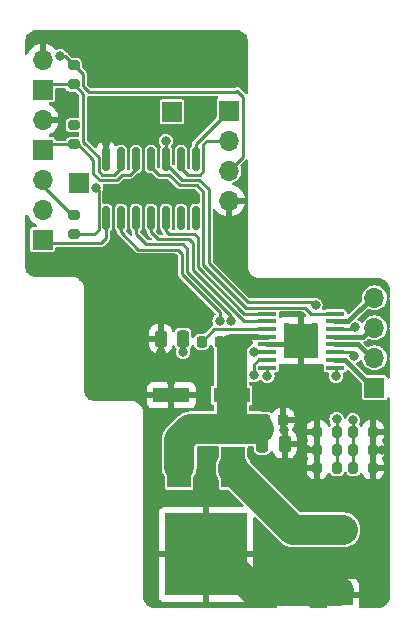
<source format=gtl>
%TF.GenerationSoftware,KiCad,Pcbnew,(7.0.0-122-g9f10c142c4)*%
%TF.CreationDate,2023-03-06T13:40:13+09:00*%
%TF.ProjectId,stepper,73746570-7065-4722-9e6b-696361645f70,rev?*%
%TF.SameCoordinates,Original*%
%TF.FileFunction,Copper,L1,Top*%
%TF.FilePolarity,Positive*%
%FSLAX46Y46*%
G04 Gerber Fmt 4.6, Leading zero omitted, Abs format (unit mm)*
G04 Created by KiCad (PCBNEW (7.0.0-122-g9f10c142c4)) date 2023-03-06 13:40:13*
%MOMM*%
%LPD*%
G01*
G04 APERTURE LIST*
G04 Aperture macros list*
%AMRoundRect*
0 Rectangle with rounded corners*
0 $1 Rounding radius*
0 $2 $3 $4 $5 $6 $7 $8 $9 X,Y pos of 4 corners*
0 Add a 4 corners polygon primitive as box body*
4,1,4,$2,$3,$4,$5,$6,$7,$8,$9,$2,$3,0*
0 Add four circle primitives for the rounded corners*
1,1,$1+$1,$2,$3*
1,1,$1+$1,$4,$5*
1,1,$1+$1,$6,$7*
1,1,$1+$1,$8,$9*
0 Add four rect primitives between the rounded corners*
20,1,$1+$1,$2,$3,$4,$5,0*
20,1,$1+$1,$4,$5,$6,$7,0*
20,1,$1+$1,$6,$7,$8,$9,0*
20,1,$1+$1,$8,$9,$2,$3,0*%
G04 Aperture macros list end*
%TA.AperFunction,ComponentPad*%
%ADD10R,1.700000X1.700000*%
%TD*%
%TA.AperFunction,SMDPad,CuDef*%
%ADD11RoundRect,0.150000X0.150000X-0.825000X0.150000X0.825000X-0.150000X0.825000X-0.150000X-0.825000X0*%
%TD*%
%TA.AperFunction,SMDPad,CuDef*%
%ADD12RoundRect,0.200000X0.200000X0.275000X-0.200000X0.275000X-0.200000X-0.275000X0.200000X-0.275000X0*%
%TD*%
%TA.AperFunction,ComponentPad*%
%ADD13O,1.700000X1.700000*%
%TD*%
%TA.AperFunction,SMDPad,CuDef*%
%ADD14RoundRect,0.250000X-0.250000X-0.475000X0.250000X-0.475000X0.250000X0.475000X-0.250000X0.475000X0*%
%TD*%
%TA.AperFunction,SMDPad,CuDef*%
%ADD15RoundRect,0.200000X0.275000X-0.200000X0.275000X0.200000X-0.275000X0.200000X-0.275000X-0.200000X0*%
%TD*%
%TA.AperFunction,SMDPad,CuDef*%
%ADD16RoundRect,0.100000X0.675000X0.100000X-0.675000X0.100000X-0.675000X-0.100000X0.675000X-0.100000X0*%
%TD*%
%TA.AperFunction,ComponentPad*%
%ADD17C,0.600000*%
%TD*%
%TA.AperFunction,SMDPad,CuDef*%
%ADD18R,3.000000X3.000000*%
%TD*%
%TA.AperFunction,SMDPad,CuDef*%
%ADD19RoundRect,0.225000X-0.225000X-0.250000X0.225000X-0.250000X0.225000X0.250000X-0.225000X0.250000X0*%
%TD*%
%TA.AperFunction,SMDPad,CuDef*%
%ADD20R,2.000000X3.500000*%
%TD*%
%TA.AperFunction,SMDPad,CuDef*%
%ADD21R,7.000000X7.000000*%
%TD*%
%TA.AperFunction,SMDPad,CuDef*%
%ADD22R,3.098800X1.219200*%
%TD*%
%TA.AperFunction,ViaPad*%
%ADD23C,0.800000*%
%TD*%
%TA.AperFunction,Conductor*%
%ADD24C,0.250000*%
%TD*%
%TA.AperFunction,Conductor*%
%ADD25C,0.381000*%
%TD*%
%TA.AperFunction,Conductor*%
%ADD26C,2.540000*%
%TD*%
G04 APERTURE END LIST*
D10*
%TO.P,J10,1,Pin_1*%
%TO.N,GND*%
X146979995Y-103850006D03*
%TD*%
D11*
%TO.P,U2,1,VCC*%
%TO.N,/3V3D*%
X126920000Y-71920000D03*
%TO.P,U2,2,PA4*%
%TO.N,/AIN1*%
X128190000Y-71920000D03*
%TO.P,U2,3,PA5*%
%TO.N,/AIN2*%
X129460000Y-71920000D03*
%TO.P,U2,4,PA6*%
%TO.N,/BIN1*%
X130730000Y-71920000D03*
%TO.P,U2,5,PA7*%
%TO.N,/BIN2*%
X132000000Y-71920000D03*
%TO.P,U2,6,PB3*%
%TO.N,unconnected-(U2-PB3-Pad6)*%
X133270000Y-71920000D03*
%TO.P,U2,7,PB2*%
%TO.N,unconnected-(U2-PB2-Pad7)*%
X134540000Y-71920000D03*
%TO.P,U2,8,PB1*%
%TO.N,/I2C_SDA*%
X134540000Y-66970000D03*
%TO.P,U2,9,PB0*%
%TO.N,/I2C_SCL*%
X133270000Y-66970000D03*
%TO.P,U2,10,~{RESET}/PA0*%
%TO.N,/NSLEEP*%
X132000000Y-66970000D03*
%TO.P,U2,11,PA1*%
%TO.N,/FAULT*%
X130730000Y-66970000D03*
%TO.P,U2,12,PA2*%
%TO.N,/DCLOSE*%
X129460000Y-66970000D03*
%TO.P,U2,13,PA3*%
%TO.N,/DOPEN*%
X128190000Y-66970000D03*
%TO.P,U2,14,GND*%
%TO.N,GND*%
X126920000Y-66970000D03*
%TD*%
D10*
%TO.P,J3,1,Pin_1*%
%TO.N,/12VA*%
X132510687Y-62964868D03*
%TD*%
D12*
%TO.P,RSENA3,1*%
%TO.N,/SENA*%
X146470000Y-90040000D03*
%TO.P,RSENA3,2*%
%TO.N,GND*%
X144820000Y-90040000D03*
%TD*%
D10*
%TO.P,J1,1,Pin_1*%
%TO.N,Net-(J1-Pin_1)*%
X149649999Y-86329999D03*
D13*
%TO.P,J1,2,Pin_2*%
%TO.N,Net-(J1-Pin_2)*%
X149649999Y-83789999D03*
%TO.P,J1,3,Pin_3*%
%TO.N,Net-(J1-Pin_3)*%
X149649999Y-81249999D03*
%TO.P,J1,4,Pin_4*%
%TO.N,Net-(J1-Pin_4)*%
X149649999Y-78709999D03*
%TD*%
D14*
%TO.P,C4,1*%
%TO.N,/VIN*%
X140150000Y-91070000D03*
%TO.P,C4,2*%
%TO.N,GND*%
X142050000Y-91070000D03*
%TD*%
D15*
%TO.P,R1,1*%
%TO.N,/NSLEEP*%
X124170000Y-73335000D03*
%TO.P,R1,2*%
%TO.N,/UPDI*%
X124170000Y-71685000D03*
%TD*%
D10*
%TO.P,J11,1,Pin_1*%
%TO.N,/3V3D*%
X121559999Y-73779999D03*
D13*
%TO.P,J11,2,Pin_2*%
%TO.N,GND*%
X121559999Y-71239999D03*
%TO.P,J11,3,Pin_3*%
%TO.N,/UPDI*%
X121559999Y-68699999D03*
%TD*%
D12*
%TO.P,RSENB1,1*%
%TO.N,GND*%
X149518000Y-93088000D03*
%TO.P,RSENB1,2*%
%TO.N,/SENB*%
X147868000Y-93088000D03*
%TD*%
D10*
%TO.P,J9,1,Pin_1*%
%TO.N,GND*%
X142779995Y-103850006D03*
%TD*%
%TO.P,J6,1,Pin_1*%
%TO.N,/12VB*%
X146979995Y-98350006D03*
%TD*%
%TO.P,J4,1,Pin_1*%
%TO.N,/I2C_SDA*%
X137329999Y-62849999D03*
D13*
%TO.P,J4,2,Pin_2*%
%TO.N,/I2C_SCL*%
X137329999Y-65389999D03*
%TO.P,J4,3,Pin_3*%
%TO.N,/3V3D*%
X137329999Y-67929999D03*
%TO.P,J4,4,Pin_4*%
%TO.N,GND*%
X137329999Y-70469999D03*
%TD*%
D16*
%TO.P,U1,1,NSLEEP*%
%TO.N,/NSLEEP*%
X146325000Y-84605000D03*
%TO.P,U1,2,AOUT1*%
%TO.N,Net-(J1-Pin_1)*%
X146325000Y-83955000D03*
%TO.P,U1,3,SENA*%
%TO.N,/SENA*%
X146325000Y-83305000D03*
%TO.P,U1,4,AOUT2*%
%TO.N,Net-(J1-Pin_2)*%
X146325000Y-82655000D03*
%TO.P,U1,5,BOUT2*%
%TO.N,Net-(J1-Pin_3)*%
X146325000Y-82005000D03*
%TO.P,U1,6,SENB*%
%TO.N,/SENB*%
X146325000Y-81355000D03*
%TO.P,U1,7,BOUT1*%
%TO.N,Net-(J1-Pin_4)*%
X146325000Y-80705000D03*
%TO.P,U1,8,FAULT*%
%TO.N,/FAULT*%
X146325000Y-80055000D03*
%TO.P,U1,9,BIN1*%
%TO.N,/BIN2*%
X140575000Y-80055000D03*
%TO.P,U1,10,BIN2*%
%TO.N,/BIN1*%
X140575000Y-80705000D03*
%TO.P,U1,11,BST*%
%TO.N,Net-(U1-BST)*%
X140575000Y-81355000D03*
%TO.P,U1,12,VIN*%
%TO.N,/VIN*%
X140575000Y-82005000D03*
%TO.P,U1,13,GND*%
%TO.N,GND*%
X140575000Y-82655000D03*
%TO.P,U1,14,VDD*%
%TO.N,Net-(U1-VDD)*%
X140575000Y-83305000D03*
%TO.P,U1,15,AIN2*%
%TO.N,/AIN2*%
X140575000Y-83955000D03*
%TO.P,U1,16,AIN1*%
%TO.N,/AIN1*%
X140575000Y-84605000D03*
D17*
%TO.P,U1,17,EPAD*%
%TO.N,GND*%
X144650000Y-83530000D03*
X144650000Y-81130000D03*
D18*
X143449999Y-82329999D03*
D17*
X142250000Y-83530000D03*
X142250000Y-81130000D03*
%TD*%
D15*
%TO.P,R3,2*%
%TO.N,unconnected-(R3-Pad2)*%
X124170000Y-64065000D03*
%TO.P,R3,1*%
%TO.N,/DCLOSE*%
X124170000Y-65715000D03*
%TD*%
D12*
%TO.P,RSENB2,1*%
%TO.N,GND*%
X149518000Y-91564000D03*
%TO.P,RSENB2,2*%
%TO.N,/SENB*%
X147868000Y-91564000D03*
%TD*%
%TO.P,RSENA2,1*%
%TO.N,/SENA*%
X146470000Y-91564000D03*
%TO.P,RSENA2,2*%
%TO.N,GND*%
X144820000Y-91564000D03*
%TD*%
D13*
%TO.P,J12,2,Pin_2*%
%TO.N,GND*%
X121559999Y-58539999D03*
D10*
%TO.P,J12,1,Pin_1*%
%TO.N,/DOPEN*%
X121559999Y-61079999D03*
%TD*%
D12*
%TO.P,RSENB3,1*%
%TO.N,GND*%
X149518000Y-90040000D03*
%TO.P,RSENB3,2*%
%TO.N,/SENB*%
X147868000Y-90040000D03*
%TD*%
D13*
%TO.P,J13,2,Pin_2*%
%TO.N,GND*%
X121559999Y-63619999D03*
D10*
%TO.P,J13,1,Pin_1*%
%TO.N,/DCLOSE*%
X121559999Y-66159999D03*
%TD*%
D19*
%TO.P,C2,1*%
%TO.N,Net-(U1-BST)*%
X135035000Y-82410000D03*
%TO.P,C2,2*%
%TO.N,/VIN*%
X136585000Y-82410000D03*
%TD*%
%TO.P,C5,1*%
%TO.N,/VIN*%
X140375000Y-89030000D03*
%TO.P,C5,2*%
%TO.N,GND*%
X141925000Y-89030000D03*
%TD*%
D14*
%TO.P,C1,1*%
%TO.N,GND*%
X131550000Y-82170000D03*
%TO.P,C1,2*%
%TO.N,Net-(U1-VDD)*%
X133450000Y-82170000D03*
%TD*%
D12*
%TO.P,RSENA1,1*%
%TO.N,/SENA*%
X146470000Y-93088000D03*
%TO.P,RSENA1,2*%
%TO.N,GND*%
X144820000Y-93088000D03*
%TD*%
D20*
%TO.P,U3,1,VIN*%
%TO.N,/12VB*%
X137689999Y-93019999D03*
%TO.P,U3,2,VOUT*%
%TO.N,/VIN*%
X133109999Y-93019999D03*
D21*
%TO.P,U3,3,GND*%
%TO.N,GND*%
X135389999Y-100419999D03*
%TD*%
D10*
%TO.P,J7,1,Pin_1*%
%TO.N,/12VD*%
X124610687Y-68964868D03*
%TD*%
%TO.P,J5,1,Pin_1*%
%TO.N,/12VB*%
X142779995Y-98350006D03*
%TD*%
D22*
%TO.P,C3,1*%
%TO.N,/VIN*%
X137552699Y-86949999D03*
%TO.P,C3,2*%
%TO.N,GND*%
X132447299Y-86949999D03*
%TD*%
D15*
%TO.P,R2,1*%
%TO.N,/DOPEN*%
X124170000Y-60635000D03*
%TO.P,R2,2*%
%TO.N,/3V3D*%
X124170000Y-58985000D03*
%TD*%
D23*
%TO.N,/SENA*%
X146440000Y-88980000D03*
X147927476Y-83612524D03*
%TO.N,/SENB*%
X148037955Y-81211800D03*
X147830000Y-89080000D03*
%TO.N,GND*%
X150280000Y-91570000D03*
X143890000Y-91540000D03*
%TO.N,/NSLEEP*%
X146400000Y-85340000D03*
X144656558Y-79327300D03*
%TO.N,/AIN1*%
X136533629Y-80627300D03*
%TO.N,/AIN2*%
X137536332Y-80627300D03*
X139465118Y-85256965D03*
%TO.N,/AIN1*%
X140580000Y-85320000D03*
%TO.N,GND*%
X141970000Y-89910000D03*
X131550000Y-83330000D03*
X132430000Y-85770000D03*
%TO.N,Net-(U1-VDD)*%
X133450000Y-83310000D03*
X139447365Y-83317496D03*
%TO.N,/3V3D*%
X123040000Y-58240000D03*
%TO.N,/NSLEEP*%
X126063388Y-69383780D03*
X131990000Y-65420000D03*
%TO.N,GND*%
X126920000Y-65470000D03*
%TD*%
D24*
%TO.N,/DOPEN*%
X121560000Y-61080000D02*
X122005000Y-60635000D01*
X122005000Y-60635000D02*
X124170000Y-60635000D01*
%TO.N,/SENA*%
X147619952Y-83305000D02*
X147927476Y-83612524D01*
X146325000Y-83305000D02*
X147619952Y-83305000D01*
X146440000Y-88980000D02*
X146440000Y-90010000D01*
X146440000Y-90010000D02*
X146470000Y-90040000D01*
%TO.N,/SENB*%
X147894755Y-81355000D02*
X148037955Y-81211800D01*
X146325000Y-81355000D02*
X147894755Y-81355000D01*
X147868000Y-89118000D02*
X147830000Y-89080000D01*
X147868000Y-90040000D02*
X147868000Y-89118000D01*
%TO.N,GND*%
X150274000Y-91564000D02*
X150280000Y-91570000D01*
X149518000Y-91564000D02*
X150274000Y-91564000D01*
X143914000Y-91564000D02*
X143890000Y-91540000D01*
X144820000Y-91564000D02*
X143914000Y-91564000D01*
X144820000Y-91564000D02*
X144820000Y-90040000D01*
X144820000Y-93088000D02*
X144820000Y-91564000D01*
%TO.N,/SENA*%
X146470000Y-91564000D02*
X146470000Y-90040000D01*
X146470000Y-93088000D02*
X146470000Y-91564000D01*
%TO.N,/SENB*%
X147868000Y-91564000D02*
X147868000Y-90040000D01*
X147868000Y-93088000D02*
X147868000Y-91564000D01*
%TO.N,GND*%
X149518000Y-90040000D02*
X149518000Y-91564000D01*
X149518000Y-93088000D02*
X149518000Y-91564000D01*
D25*
%TO.N,Net-(J1-Pin_1)*%
X146325000Y-83955000D02*
X147148197Y-83955000D01*
X147148197Y-83955000D02*
X149410000Y-86216803D01*
X149410000Y-86216803D02*
X149410000Y-86338000D01*
%TO.N,Net-(J1-Pin_2)*%
X146325000Y-82655000D02*
X148267000Y-82655000D01*
X148267000Y-82655000D02*
X149410000Y-83798000D01*
%TO.N,Net-(J1-Pin_3)*%
X146325000Y-82005000D02*
X148663000Y-82005000D01*
X148663000Y-82005000D02*
X149410000Y-81258000D01*
%TO.N,Net-(J1-Pin_4)*%
X146325000Y-80705000D02*
X147423000Y-80705000D01*
X147423000Y-80705000D02*
X149410000Y-78718000D01*
D24*
%TO.N,/NSLEEP*%
X146400000Y-84680000D02*
X146325000Y-84605000D01*
X140640000Y-79073600D02*
X144402858Y-79073600D01*
X144402858Y-79073600D02*
X144656558Y-79327300D01*
X146400000Y-85340000D02*
X146400000Y-84680000D01*
%TO.N,/FAULT*%
X143726800Y-79526800D02*
X144255000Y-80055000D01*
X131393200Y-68273200D02*
X132281001Y-68273200D01*
X130730000Y-67620000D02*
X130740000Y-67620000D01*
X132281001Y-68273200D02*
X133187401Y-69179600D01*
X133187401Y-69179600D02*
X134629600Y-69179600D01*
X130730000Y-66970000D02*
X130730000Y-67620000D01*
X130740000Y-67620000D02*
X131393200Y-68273200D01*
X134629600Y-69179600D02*
X135168200Y-69718200D01*
X138746800Y-79526800D02*
X143726800Y-79526800D01*
X135168200Y-69718200D02*
X135168200Y-75948200D01*
X135168200Y-75948200D02*
X138746800Y-79526800D01*
X144255000Y-80055000D02*
X146325000Y-80055000D01*
%TO.N,/NSLEEP*%
X132000000Y-66970000D02*
X132000000Y-67351277D01*
X133375123Y-68726400D02*
X134817322Y-68726400D01*
X135621400Y-69530478D02*
X135621400Y-75760478D01*
X132000000Y-67351277D02*
X133375123Y-68726400D01*
X134817322Y-68726400D02*
X135621400Y-69530478D01*
X138934522Y-79073600D02*
X140640000Y-79073600D01*
X135621400Y-75760478D02*
X138934522Y-79073600D01*
%TO.N,/AIN1*%
X128190000Y-73140000D02*
X128190000Y-71920000D01*
X136533629Y-80627300D02*
X136533629Y-79877317D01*
X136533629Y-79877317D02*
X133355400Y-76699088D01*
X133355400Y-76699088D02*
X133355400Y-74995400D01*
X133355400Y-74995400D02*
X132979600Y-74619600D01*
X132979600Y-74619600D02*
X129669600Y-74619600D01*
X129669600Y-74619600D02*
X128190000Y-73140000D01*
%TO.N,/AIN2*%
X137536332Y-80627300D02*
X137536332Y-80239098D01*
X137536332Y-80239098D02*
X133808600Y-76511366D01*
X133808600Y-76511366D02*
X133808600Y-74538600D01*
X129460000Y-73290000D02*
X129460000Y-71920000D01*
X133808600Y-74538600D02*
X133436400Y-74166400D01*
X133436400Y-74166400D02*
X130336400Y-74166400D01*
X130336400Y-74166400D02*
X129460000Y-73290000D01*
%TO.N,/BIN2*%
X132000000Y-71920000D02*
X132000000Y-73040000D01*
X134715000Y-73575000D02*
X134715000Y-76135922D01*
X138634078Y-80055000D02*
X140575000Y-80055000D01*
X132220000Y-73260000D02*
X134400000Y-73260000D01*
X134400000Y-73260000D02*
X134715000Y-73575000D01*
X132000000Y-73040000D02*
X132220000Y-73260000D01*
X134715000Y-76135922D02*
X138634078Y-80055000D01*
%TO.N,/BIN1*%
X130730000Y-71920000D02*
X130730000Y-73120000D01*
X130730000Y-73120000D02*
X131323200Y-73713200D01*
X131323200Y-73713200D02*
X133943200Y-73713200D01*
X134261800Y-74031800D02*
X134261800Y-76323644D01*
X133943200Y-73713200D02*
X134261800Y-74031800D01*
X134261800Y-76323644D02*
X138643156Y-80705000D01*
X138643156Y-80705000D02*
X140575000Y-80705000D01*
%TO.N,/VIN*%
X136585000Y-82410000D02*
X136925400Y-82410000D01*
X136925400Y-82410000D02*
X137552700Y-83037300D01*
%TO.N,Net-(U1-BST)*%
X140575000Y-81355000D02*
X136090000Y-81355000D01*
X136090000Y-81355000D02*
X135035000Y-82410000D01*
%TO.N,/AIN2*%
X139465118Y-84334316D02*
X139465118Y-85256965D01*
X140575000Y-83955000D02*
X139844434Y-83955000D01*
X139844434Y-83955000D02*
X139465118Y-84334316D01*
%TO.N,/AIN1*%
X140575000Y-85315000D02*
X140580000Y-85320000D01*
X140575000Y-84605000D02*
X140575000Y-85315000D01*
%TO.N,GND*%
X142050000Y-91070000D02*
X141970000Y-90990000D01*
X141970000Y-90990000D02*
X141970000Y-89910000D01*
X141925000Y-89865000D02*
X141970000Y-89910000D01*
X141925000Y-89030000D02*
X141925000Y-89865000D01*
X131550000Y-83330000D02*
X131550000Y-82170000D01*
X132447300Y-86950000D02*
X132447300Y-85787300D01*
X132447300Y-85787300D02*
X132430000Y-85770000D01*
%TO.N,Net-(U1-VDD)*%
X133450000Y-83310000D02*
X133450000Y-82170000D01*
X140575000Y-83305000D02*
X139459861Y-83305000D01*
X139459861Y-83305000D02*
X139447365Y-83317496D01*
D25*
%TO.N,GND*%
X140575000Y-82655000D02*
X143125000Y-82655000D01*
X143125000Y-82655000D02*
X143450000Y-82330000D01*
D24*
%TO.N,/3V3D*%
X123425000Y-58240000D02*
X124170000Y-58985000D01*
X123040000Y-58240000D02*
X123425000Y-58240000D01*
%TO.N,/NSLEEP*%
X131990000Y-65420000D02*
X131990000Y-66960000D01*
X126291800Y-69612192D02*
X126063388Y-69383780D01*
X126291800Y-70896923D02*
X126291800Y-69612192D01*
X131990000Y-66960000D02*
X132000000Y-66970000D01*
%TO.N,/3V3D*%
X138508200Y-66751800D02*
X138508200Y-61671800D01*
X124973200Y-60797278D02*
X124973200Y-59788200D01*
X138033439Y-61197039D02*
X137963200Y-61267278D01*
X137330000Y-67930000D02*
X138508200Y-66751800D01*
X137963200Y-61267278D02*
X125443200Y-61267278D01*
X125443200Y-61267278D02*
X124973200Y-60797278D01*
X138508200Y-61671800D02*
X138033439Y-61197039D01*
X124973200Y-59788200D02*
X124170000Y-58985000D01*
%TO.N,/I2C_SCL*%
X137330000Y-65390000D02*
X135430922Y-65390000D01*
X135168200Y-65652722D02*
X135168200Y-67993077D01*
X134888077Y-68273200D02*
X133833200Y-68273200D01*
X133270000Y-67710000D02*
X133270000Y-66970000D01*
X135168200Y-67993077D02*
X134888077Y-68273200D01*
X135430922Y-65390000D02*
X135168200Y-65652722D01*
X133833200Y-68273200D02*
X133270000Y-67710000D01*
%TO.N,/I2C_SDA*%
X134540000Y-66970000D02*
X134540000Y-65640000D01*
X134540000Y-65640000D02*
X137330000Y-62850000D01*
%TO.N,/DCLOSE*%
X124170000Y-65715000D02*
X124554078Y-65715000D01*
X124554078Y-65715000D02*
X125838600Y-66999522D01*
X125838600Y-66999522D02*
X125838600Y-68189522D01*
X125838600Y-68189522D02*
X126375478Y-68726400D01*
X126375478Y-68726400D02*
X127824522Y-68726400D01*
X127824522Y-68726400D02*
X128277722Y-68273200D01*
X128277722Y-68273200D02*
X128946800Y-68273200D01*
X129460000Y-67760000D02*
X129460000Y-66970000D01*
X128946800Y-68273200D02*
X129460000Y-67760000D01*
%TO.N,/DOPEN*%
X124990000Y-61455000D02*
X124990000Y-65510000D01*
X126563200Y-68273200D02*
X127636800Y-68273200D01*
X124990000Y-65510000D02*
X126291800Y-66811800D01*
X126291800Y-66811800D02*
X126291800Y-68001800D01*
X124170000Y-60635000D02*
X124990000Y-61455000D01*
X128190000Y-67720000D02*
X128190000Y-66970000D01*
X126291800Y-68001800D02*
X126563200Y-68273200D01*
X127636800Y-68273200D02*
X128190000Y-67720000D01*
%TO.N,/DCLOSE*%
X121560000Y-66160000D02*
X122005000Y-65715000D01*
X122005000Y-65715000D02*
X124170000Y-65715000D01*
%TO.N,GND*%
X126920000Y-66970000D02*
X126920000Y-65470000D01*
%TO.N,/NSLEEP*%
X124170000Y-73335000D02*
X125925000Y-73335000D01*
X125925000Y-73335000D02*
X126291800Y-72968200D01*
X126291800Y-72968200D02*
X126291800Y-70896923D01*
%TO.N,/3V3D*%
X126920000Y-71920000D02*
X126920000Y-73660000D01*
X126920000Y-73660000D02*
X126516800Y-74063200D01*
X126516800Y-74063200D02*
X121843200Y-74063200D01*
X121843200Y-74063200D02*
X121560000Y-73780000D01*
%TO.N,/UPDI*%
X121560000Y-68700000D02*
X121560000Y-69240000D01*
X121560000Y-69240000D02*
X124005000Y-71685000D01*
X124005000Y-71685000D02*
X124170000Y-71685000D01*
D26*
%TO.N,GND*%
X139500000Y-103526800D02*
X146656789Y-103526800D01*
X135390000Y-100420000D02*
X136393200Y-100420000D01*
X136393200Y-100420000D02*
X139500000Y-103526800D01*
%TO.N,/12VB*%
X137690000Y-93020000D02*
X137690000Y-93260011D01*
X137690000Y-93260011D02*
X142779996Y-98350007D01*
X146979996Y-98350007D02*
X142779996Y-98350007D01*
D25*
%TO.N,/VIN*%
X138585000Y-82005000D02*
X137552700Y-83037300D01*
D26*
X137552700Y-86950000D02*
X137552700Y-89789500D01*
X133110000Y-90749900D02*
X134063100Y-89796800D01*
X137560000Y-89796800D02*
X139890000Y-89796800D01*
D25*
X140575000Y-82005000D02*
X138585000Y-82005000D01*
D26*
X133110000Y-93020000D02*
X133110000Y-90749900D01*
X137552700Y-89789500D02*
X137560000Y-89796800D01*
X134063100Y-89796800D02*
X137560000Y-89796800D01*
X137552700Y-86950000D02*
X137552700Y-83037300D01*
%TD*%
%TA.AperFunction,Conductor*%
%TO.N,GND*%
G36*
X136364210Y-61612044D02*
G01*
X136410077Y-61656143D01*
X136428547Y-61717032D01*
X136414911Y-61779181D01*
X136372645Y-61826744D01*
X136343455Y-61846247D01*
X136343452Y-61846249D01*
X136333140Y-61853140D01*
X136326249Y-61863452D01*
X136326247Y-61863455D01*
X136295013Y-61910202D01*
X136288119Y-61920520D01*
X136285699Y-61932684D01*
X136285697Y-61932690D01*
X136277506Y-61973869D01*
X136277505Y-61973877D01*
X136276300Y-61979936D01*
X136276300Y-61986123D01*
X136276300Y-63386658D01*
X136266709Y-63434876D01*
X136239397Y-63475750D01*
X134760136Y-64955011D01*
X134321615Y-65393532D01*
X134313514Y-65400955D01*
X134292762Y-65418368D01*
X134292757Y-65418373D01*
X134284317Y-65425456D01*
X134278806Y-65434999D01*
X134278803Y-65435004D01*
X134265261Y-65458458D01*
X134259362Y-65467719D01*
X134243820Y-65489916D01*
X134243818Y-65489919D01*
X134237501Y-65498942D01*
X134234649Y-65509583D01*
X134233112Y-65512881D01*
X134231866Y-65516301D01*
X134226358Y-65525844D01*
X134224443Y-65536699D01*
X134224443Y-65536701D01*
X134219740Y-65563371D01*
X134217362Y-65574096D01*
X134210351Y-65600262D01*
X134210350Y-65600267D01*
X134207499Y-65610910D01*
X134208459Y-65621884D01*
X134208459Y-65621886D01*
X134210821Y-65648880D01*
X134211300Y-65659862D01*
X134211300Y-65771302D01*
X134201709Y-65819520D01*
X134174395Y-65860397D01*
X134105548Y-65929243D01*
X134105545Y-65929246D01*
X134098161Y-65936631D01*
X134093575Y-65946010D01*
X134093574Y-65946013D01*
X134050615Y-66033889D01*
X134046317Y-66042681D01*
X134044907Y-66052360D01*
X134044905Y-66052367D01*
X134036957Y-66106917D01*
X134036956Y-66106926D01*
X134036300Y-66111431D01*
X134036300Y-66115988D01*
X134036300Y-66115989D01*
X134036300Y-67707258D01*
X134022567Y-67764461D01*
X133984361Y-67809194D01*
X133930011Y-67831707D01*
X133871364Y-67827091D01*
X133821205Y-67796353D01*
X133810604Y-67785752D01*
X133783290Y-67744875D01*
X133773699Y-67696657D01*
X133773699Y-66115995D01*
X133773699Y-66115989D01*
X133773699Y-66111432D01*
X133763683Y-66042681D01*
X133759384Y-66033888D01*
X133734517Y-65983021D01*
X133711839Y-65936631D01*
X133628369Y-65853161D01*
X133522319Y-65801317D01*
X133512635Y-65799906D01*
X133512632Y-65799905D01*
X133458082Y-65791957D01*
X133458074Y-65791956D01*
X133453569Y-65791300D01*
X133449011Y-65791300D01*
X133090994Y-65791300D01*
X133090980Y-65791300D01*
X133086432Y-65791301D01*
X133081926Y-65791957D01*
X133081918Y-65791958D01*
X133027360Y-65799906D01*
X133027354Y-65799907D01*
X133017681Y-65801317D01*
X133008899Y-65805610D01*
X133008893Y-65805612D01*
X132921013Y-65848574D01*
X132921010Y-65848575D01*
X132911631Y-65853161D01*
X132904246Y-65860545D01*
X132904243Y-65860548D01*
X132835548Y-65929243D01*
X132835545Y-65929246D01*
X132828161Y-65936631D01*
X132823575Y-65946010D01*
X132823574Y-65946013D01*
X132780615Y-66033889D01*
X132776317Y-66042681D01*
X132774907Y-66052360D01*
X132774905Y-66052367D01*
X132766957Y-66106917D01*
X132766956Y-66106926D01*
X132766300Y-66111431D01*
X132766300Y-66115988D01*
X132766300Y-66115989D01*
X132766300Y-67348535D01*
X132752567Y-67405738D01*
X132714361Y-67450471D01*
X132660011Y-67472984D01*
X132601364Y-67468368D01*
X132551205Y-67437630D01*
X132540604Y-67427029D01*
X132513290Y-67386152D01*
X132503699Y-67337934D01*
X132503699Y-66115995D01*
X132503699Y-66115989D01*
X132503699Y-66111432D01*
X132493683Y-66042681D01*
X132489385Y-66033889D01*
X132489385Y-66033888D01*
X132442138Y-65937241D01*
X132429963Y-65869336D01*
X132455371Y-65805202D01*
X132517331Y-65724455D01*
X132578161Y-65577597D01*
X132598909Y-65420000D01*
X132578161Y-65262403D01*
X132517331Y-65115546D01*
X132510236Y-65106300D01*
X132425590Y-64995986D01*
X132425589Y-64995985D01*
X132420564Y-64989436D01*
X132375701Y-64955011D01*
X132301008Y-64897697D01*
X132301005Y-64897695D01*
X132294455Y-64892669D01*
X132286828Y-64889510D01*
X132286825Y-64889508D01*
X132155226Y-64834999D01*
X132155225Y-64834998D01*
X132147597Y-64831839D01*
X132139414Y-64830761D01*
X132139408Y-64830760D01*
X131998188Y-64812169D01*
X131990000Y-64811091D01*
X131981812Y-64812169D01*
X131840591Y-64830760D01*
X131840583Y-64830762D01*
X131832403Y-64831839D01*
X131824776Y-64834998D01*
X131824773Y-64834999D01*
X131693175Y-64889508D01*
X131693169Y-64889511D01*
X131685546Y-64892669D01*
X131679001Y-64897690D01*
X131678994Y-64897695D01*
X131565981Y-64984413D01*
X131565977Y-64984416D01*
X131559436Y-64989436D01*
X131554416Y-64995977D01*
X131554413Y-64995981D01*
X131467695Y-65108994D01*
X131467690Y-65109001D01*
X131462669Y-65115546D01*
X131459511Y-65123169D01*
X131459508Y-65123175D01*
X131419319Y-65220202D01*
X131401839Y-65262403D01*
X131400762Y-65270583D01*
X131400760Y-65270591D01*
X131384063Y-65397426D01*
X131381091Y-65420000D01*
X131382169Y-65428188D01*
X131400760Y-65569408D01*
X131400761Y-65569414D01*
X131401839Y-65577597D01*
X131404998Y-65585225D01*
X131404999Y-65585226D01*
X131459508Y-65716825D01*
X131459510Y-65716828D01*
X131462669Y-65724455D01*
X131524625Y-65805198D01*
X131536843Y-65821120D01*
X131562253Y-65885257D01*
X131550079Y-65953162D01*
X131510615Y-66033888D01*
X131510615Y-66033889D01*
X131506317Y-66042681D01*
X131504907Y-66052360D01*
X131504905Y-66052367D01*
X131496957Y-66106917D01*
X131496956Y-66106926D01*
X131496300Y-66111431D01*
X131496300Y-66115988D01*
X131496300Y-66115989D01*
X131496300Y-67607258D01*
X131482567Y-67664461D01*
X131444361Y-67709194D01*
X131390011Y-67731707D01*
X131331364Y-67727091D01*
X131281205Y-67696353D01*
X131270604Y-67685752D01*
X131243290Y-67644875D01*
X131233699Y-67596657D01*
X131233699Y-66115995D01*
X131233699Y-66115989D01*
X131233699Y-66111432D01*
X131223683Y-66042681D01*
X131219384Y-66033888D01*
X131194517Y-65983021D01*
X131171839Y-65936631D01*
X131088369Y-65853161D01*
X130982319Y-65801317D01*
X130972635Y-65799906D01*
X130972632Y-65799905D01*
X130918082Y-65791957D01*
X130918074Y-65791956D01*
X130913569Y-65791300D01*
X130909011Y-65791300D01*
X130550994Y-65791300D01*
X130550980Y-65791300D01*
X130546432Y-65791301D01*
X130541926Y-65791957D01*
X130541918Y-65791958D01*
X130487360Y-65799906D01*
X130487354Y-65799907D01*
X130477681Y-65801317D01*
X130468899Y-65805610D01*
X130468893Y-65805612D01*
X130381013Y-65848574D01*
X130381010Y-65848575D01*
X130371631Y-65853161D01*
X130364246Y-65860545D01*
X130364243Y-65860548D01*
X130295548Y-65929243D01*
X130295545Y-65929246D01*
X130288161Y-65936631D01*
X130283575Y-65946010D01*
X130283574Y-65946013D01*
X130240615Y-66033889D01*
X130236317Y-66042681D01*
X130234907Y-66052360D01*
X130234905Y-66052367D01*
X130226957Y-66106917D01*
X130226956Y-66106926D01*
X130226300Y-66111431D01*
X130226300Y-66115987D01*
X130226300Y-66115988D01*
X130226300Y-67824005D01*
X130226300Y-67824018D01*
X130226301Y-67828568D01*
X130226957Y-67833074D01*
X130226958Y-67833081D01*
X130234906Y-67887639D01*
X130234907Y-67887643D01*
X130236317Y-67897319D01*
X130240610Y-67906102D01*
X130240612Y-67906106D01*
X130265051Y-67956096D01*
X130288161Y-68003369D01*
X130371631Y-68086839D01*
X130477681Y-68138683D01*
X130546431Y-68148700D01*
X130751657Y-68148699D01*
X130799875Y-68158290D01*
X130840752Y-68185604D01*
X131146729Y-68491581D01*
X131154156Y-68499685D01*
X131171569Y-68520438D01*
X131171571Y-68520440D01*
X131178656Y-68528883D01*
X131211664Y-68547940D01*
X131220924Y-68553839D01*
X131252142Y-68575699D01*
X131262795Y-68578553D01*
X131266085Y-68580087D01*
X131269492Y-68581327D01*
X131279044Y-68586842D01*
X131315835Y-68593329D01*
X131316572Y-68593459D01*
X131327298Y-68595836D01*
X131364110Y-68605700D01*
X131402072Y-68602379D01*
X131413054Y-68601900D01*
X132092659Y-68601900D01*
X132140877Y-68611491D01*
X132181754Y-68638805D01*
X132940930Y-69397981D01*
X132948357Y-69406085D01*
X132972857Y-69435283D01*
X133002859Y-69452605D01*
X133005858Y-69454336D01*
X133015114Y-69460232D01*
X133046343Y-69482099D01*
X133056996Y-69484952D01*
X133060282Y-69486485D01*
X133063693Y-69487727D01*
X133073245Y-69493242D01*
X133106049Y-69499026D01*
X133110766Y-69499858D01*
X133121499Y-69502238D01*
X133147657Y-69509247D01*
X133147661Y-69509247D01*
X133158311Y-69512101D01*
X133196281Y-69508778D01*
X133207263Y-69508300D01*
X134441258Y-69508300D01*
X134489476Y-69517891D01*
X134530353Y-69545205D01*
X134802595Y-69817447D01*
X134829909Y-69858324D01*
X134839500Y-69906542D01*
X134839500Y-70615300D01*
X134822619Y-70678300D01*
X134776500Y-70724419D01*
X134713500Y-70741300D01*
X134360994Y-70741300D01*
X134360980Y-70741300D01*
X134356432Y-70741301D01*
X134351926Y-70741957D01*
X134351918Y-70741958D01*
X134297360Y-70749906D01*
X134297354Y-70749907D01*
X134287681Y-70751317D01*
X134278899Y-70755610D01*
X134278893Y-70755612D01*
X134191013Y-70798574D01*
X134191010Y-70798575D01*
X134181631Y-70803161D01*
X134174246Y-70810545D01*
X134174243Y-70810548D01*
X134105548Y-70879243D01*
X134105545Y-70879246D01*
X134098161Y-70886631D01*
X134093575Y-70896010D01*
X134093574Y-70896013D01*
X134050615Y-70983889D01*
X134046317Y-70992681D01*
X134044907Y-71002360D01*
X134044905Y-71002367D01*
X134036957Y-71056917D01*
X134036956Y-71056926D01*
X134036300Y-71061431D01*
X134036300Y-71065987D01*
X134036300Y-71065988D01*
X134036300Y-72774005D01*
X134036300Y-72774018D01*
X134036301Y-72778568D01*
X134036956Y-72783069D01*
X134036958Y-72783086D01*
X134037549Y-72787137D01*
X134033810Y-72840630D01*
X134008166Y-72887724D01*
X133965261Y-72919889D01*
X133912865Y-72931300D01*
X133897135Y-72931300D01*
X133844738Y-72919889D01*
X133801832Y-72887722D01*
X133776188Y-72840625D01*
X133772452Y-72787133D01*
X133773700Y-72778569D01*
X133773699Y-71061432D01*
X133763683Y-70992681D01*
X133711839Y-70886631D01*
X133628369Y-70803161D01*
X133522319Y-70751317D01*
X133512635Y-70749906D01*
X133512632Y-70749905D01*
X133458082Y-70741957D01*
X133458074Y-70741956D01*
X133453569Y-70741300D01*
X133449011Y-70741300D01*
X133090994Y-70741300D01*
X133090980Y-70741300D01*
X133086432Y-70741301D01*
X133081926Y-70741957D01*
X133081918Y-70741958D01*
X133027360Y-70749906D01*
X133027354Y-70749907D01*
X133017681Y-70751317D01*
X133008899Y-70755610D01*
X133008893Y-70755612D01*
X132921013Y-70798574D01*
X132921010Y-70798575D01*
X132911631Y-70803161D01*
X132904246Y-70810545D01*
X132904243Y-70810548D01*
X132835548Y-70879243D01*
X132835545Y-70879246D01*
X132828161Y-70886631D01*
X132823575Y-70896010D01*
X132823574Y-70896013D01*
X132780615Y-70983889D01*
X132776317Y-70992681D01*
X132774907Y-71002360D01*
X132774905Y-71002367D01*
X132766957Y-71056917D01*
X132766956Y-71056926D01*
X132766300Y-71061431D01*
X132766300Y-71065987D01*
X132766300Y-71065988D01*
X132766300Y-72774005D01*
X132766300Y-72774018D01*
X132766301Y-72778568D01*
X132766956Y-72783069D01*
X132766958Y-72783086D01*
X132767549Y-72787137D01*
X132763810Y-72840630D01*
X132738166Y-72887724D01*
X132695261Y-72919889D01*
X132642865Y-72931300D01*
X132627135Y-72931300D01*
X132574738Y-72919889D01*
X132531832Y-72887722D01*
X132506188Y-72840625D01*
X132502452Y-72787133D01*
X132503700Y-72778569D01*
X132503699Y-71061432D01*
X132493683Y-70992681D01*
X132441839Y-70886631D01*
X132358369Y-70803161D01*
X132252319Y-70751317D01*
X132242635Y-70749906D01*
X132242632Y-70749905D01*
X132188082Y-70741957D01*
X132188074Y-70741956D01*
X132183569Y-70741300D01*
X132179011Y-70741300D01*
X131820994Y-70741300D01*
X131820980Y-70741300D01*
X131816432Y-70741301D01*
X131811926Y-70741957D01*
X131811918Y-70741958D01*
X131757360Y-70749906D01*
X131757354Y-70749907D01*
X131747681Y-70751317D01*
X131738899Y-70755610D01*
X131738893Y-70755612D01*
X131651013Y-70798574D01*
X131651010Y-70798575D01*
X131641631Y-70803161D01*
X131634246Y-70810545D01*
X131634243Y-70810548D01*
X131565548Y-70879243D01*
X131565545Y-70879246D01*
X131558161Y-70886631D01*
X131553575Y-70896010D01*
X131553574Y-70896013D01*
X131510615Y-70983889D01*
X131506317Y-70992681D01*
X131504907Y-71002360D01*
X131504905Y-71002367D01*
X131496957Y-71056917D01*
X131496956Y-71056926D01*
X131496300Y-71061431D01*
X131496300Y-71065987D01*
X131496300Y-71065988D01*
X131496300Y-72774005D01*
X131496300Y-72774018D01*
X131496301Y-72778568D01*
X131496957Y-72783074D01*
X131496958Y-72783081D01*
X131504906Y-72837639D01*
X131504907Y-72837643D01*
X131506317Y-72847319D01*
X131510610Y-72856102D01*
X131510612Y-72856106D01*
X131533823Y-72903585D01*
X131558161Y-72953369D01*
X131565547Y-72960755D01*
X131565548Y-72960756D01*
X131641288Y-73036496D01*
X131673901Y-73092984D01*
X131677363Y-73105906D01*
X131679740Y-73116629D01*
X131686358Y-73154156D01*
X131691870Y-73163702D01*
X131693115Y-73167123D01*
X131694648Y-73170411D01*
X131697501Y-73181058D01*
X131703823Y-73190087D01*
X131708482Y-73200078D01*
X131706343Y-73201075D01*
X131723639Y-73250265D01*
X131709670Y-73316684D01*
X131663272Y-73366220D01*
X131597908Y-73384500D01*
X131511542Y-73384500D01*
X131463324Y-73374909D01*
X131422447Y-73347595D01*
X131186240Y-73111388D01*
X131155608Y-73061556D01*
X131150781Y-73003261D01*
X131170508Y-72954699D01*
X131171839Y-72953369D01*
X131223683Y-72847319D01*
X131233700Y-72778569D01*
X131233699Y-71061432D01*
X131223683Y-70992681D01*
X131171839Y-70886631D01*
X131088369Y-70803161D01*
X130982319Y-70751317D01*
X130972635Y-70749906D01*
X130972632Y-70749905D01*
X130918082Y-70741957D01*
X130918074Y-70741956D01*
X130913569Y-70741300D01*
X130909011Y-70741300D01*
X130550994Y-70741300D01*
X130550980Y-70741300D01*
X130546432Y-70741301D01*
X130541926Y-70741957D01*
X130541918Y-70741958D01*
X130487360Y-70749906D01*
X130487354Y-70749907D01*
X130477681Y-70751317D01*
X130468899Y-70755610D01*
X130468893Y-70755612D01*
X130381013Y-70798574D01*
X130381010Y-70798575D01*
X130371631Y-70803161D01*
X130364246Y-70810545D01*
X130364243Y-70810548D01*
X130295548Y-70879243D01*
X130295545Y-70879246D01*
X130288161Y-70886631D01*
X130283575Y-70896010D01*
X130283574Y-70896013D01*
X130240615Y-70983889D01*
X130236317Y-70992681D01*
X130234907Y-71002360D01*
X130234905Y-71002367D01*
X130226957Y-71056917D01*
X130226956Y-71056926D01*
X130226300Y-71061431D01*
X130226300Y-71065987D01*
X130226300Y-71065988D01*
X130226300Y-72774005D01*
X130226300Y-72774018D01*
X130226301Y-72778568D01*
X130226957Y-72783074D01*
X130226958Y-72783081D01*
X130234906Y-72837639D01*
X130234907Y-72837643D01*
X130236317Y-72847319D01*
X130240610Y-72856102D01*
X130240612Y-72856106D01*
X130263823Y-72903585D01*
X130288161Y-72953369D01*
X130295547Y-72960755D01*
X130295548Y-72960756D01*
X130362901Y-73028109D01*
X130392206Y-73074107D01*
X130399327Y-73128180D01*
X130398458Y-73138107D01*
X130398458Y-73138117D01*
X130397499Y-73149090D01*
X130400350Y-73159732D01*
X130400351Y-73159738D01*
X130407362Y-73185905D01*
X130409740Y-73196629D01*
X130412312Y-73211212D01*
X130416358Y-73234156D01*
X130421870Y-73243702D01*
X130423115Y-73247123D01*
X130424648Y-73250411D01*
X130427501Y-73261058D01*
X130433822Y-73270086D01*
X130433823Y-73270087D01*
X130449359Y-73292275D01*
X130455264Y-73301544D01*
X130461459Y-73312275D01*
X130474317Y-73334544D01*
X130482758Y-73341627D01*
X130482760Y-73341629D01*
X130503515Y-73359044D01*
X130511619Y-73366471D01*
X130767753Y-73622605D01*
X130798491Y-73672764D01*
X130803107Y-73731411D01*
X130780594Y-73785761D01*
X130735861Y-73823967D01*
X130678658Y-73837700D01*
X130524742Y-73837700D01*
X130476524Y-73828109D01*
X130435647Y-73800795D01*
X129834125Y-73199273D01*
X129801513Y-73142789D01*
X129801513Y-73077567D01*
X129834125Y-73021083D01*
X129858499Y-72996709D01*
X129901839Y-72953369D01*
X129953683Y-72847319D01*
X129963700Y-72778569D01*
X129963699Y-71061432D01*
X129953683Y-70992681D01*
X129901839Y-70886631D01*
X129818369Y-70803161D01*
X129712319Y-70751317D01*
X129702635Y-70749906D01*
X129702632Y-70749905D01*
X129648082Y-70741957D01*
X129648074Y-70741956D01*
X129643569Y-70741300D01*
X129639011Y-70741300D01*
X129280994Y-70741300D01*
X129280980Y-70741300D01*
X129276432Y-70741301D01*
X129271926Y-70741957D01*
X129271918Y-70741958D01*
X129217360Y-70749906D01*
X129217354Y-70749907D01*
X129207681Y-70751317D01*
X129198899Y-70755610D01*
X129198893Y-70755612D01*
X129111013Y-70798574D01*
X129111010Y-70798575D01*
X129101631Y-70803161D01*
X129094246Y-70810545D01*
X129094243Y-70810548D01*
X129025548Y-70879243D01*
X129025545Y-70879246D01*
X129018161Y-70886631D01*
X129013575Y-70896010D01*
X129013574Y-70896013D01*
X128970615Y-70983889D01*
X128966317Y-70992681D01*
X128964907Y-71002360D01*
X128964905Y-71002367D01*
X128956957Y-71056917D01*
X128956956Y-71056926D01*
X128956300Y-71061431D01*
X128956300Y-71065987D01*
X128956300Y-71065988D01*
X128956300Y-72774005D01*
X128956300Y-72774018D01*
X128956301Y-72778568D01*
X128956957Y-72783074D01*
X128956958Y-72783081D01*
X128964906Y-72837639D01*
X128964907Y-72837643D01*
X128966317Y-72847319D01*
X128970610Y-72856102D01*
X128970612Y-72856106D01*
X128993823Y-72903585D01*
X129018161Y-72953369D01*
X129025547Y-72960755D01*
X129025548Y-72960756D01*
X129094395Y-73029603D01*
X129121709Y-73070480D01*
X129131300Y-73118698D01*
X129131300Y-73270138D01*
X129130821Y-73281119D01*
X129127499Y-73319090D01*
X129124291Y-73318809D01*
X129118025Y-73358283D01*
X129081329Y-73406954D01*
X129026080Y-73432704D01*
X128965209Y-73429507D01*
X128912962Y-73398110D01*
X128637909Y-73123057D01*
X128607278Y-73073227D01*
X128602449Y-73014935D01*
X128624459Y-72960748D01*
X128631839Y-72953369D01*
X128683683Y-72847319D01*
X128693700Y-72778569D01*
X128693699Y-71061432D01*
X128683683Y-70992681D01*
X128631839Y-70886631D01*
X128548369Y-70803161D01*
X128442319Y-70751317D01*
X128432635Y-70749906D01*
X128432632Y-70749905D01*
X128378082Y-70741957D01*
X128378074Y-70741956D01*
X128373569Y-70741300D01*
X128369011Y-70741300D01*
X128010994Y-70741300D01*
X128010980Y-70741300D01*
X128006432Y-70741301D01*
X128001926Y-70741957D01*
X128001918Y-70741958D01*
X127947360Y-70749906D01*
X127947354Y-70749907D01*
X127937681Y-70751317D01*
X127928899Y-70755610D01*
X127928893Y-70755612D01*
X127841013Y-70798574D01*
X127841010Y-70798575D01*
X127831631Y-70803161D01*
X127824246Y-70810545D01*
X127824243Y-70810548D01*
X127755548Y-70879243D01*
X127755545Y-70879246D01*
X127748161Y-70886631D01*
X127743575Y-70896010D01*
X127743574Y-70896013D01*
X127700615Y-70983889D01*
X127696317Y-70992681D01*
X127694907Y-71002360D01*
X127694905Y-71002367D01*
X127686957Y-71056917D01*
X127686956Y-71056926D01*
X127686300Y-71061431D01*
X127686300Y-71065987D01*
X127686300Y-71065988D01*
X127686300Y-72774005D01*
X127686300Y-72774018D01*
X127686301Y-72778568D01*
X127686957Y-72783074D01*
X127686958Y-72783081D01*
X127694906Y-72837639D01*
X127694907Y-72837643D01*
X127696317Y-72847319D01*
X127700610Y-72856102D01*
X127700612Y-72856106D01*
X127723823Y-72903585D01*
X127748161Y-72953369D01*
X127755547Y-72960755D01*
X127755548Y-72960756D01*
X127824395Y-73029603D01*
X127851709Y-73070480D01*
X127861300Y-73118698D01*
X127861300Y-73120138D01*
X127860821Y-73131120D01*
X127858806Y-73154156D01*
X127857499Y-73169090D01*
X127860350Y-73179732D01*
X127860351Y-73179738D01*
X127867362Y-73205905D01*
X127869740Y-73216629D01*
X127876358Y-73254156D01*
X127881870Y-73263702D01*
X127883115Y-73267123D01*
X127884648Y-73270411D01*
X127887501Y-73281058D01*
X127893822Y-73290086D01*
X127893823Y-73290087D01*
X127909359Y-73312275D01*
X127915264Y-73321544D01*
X127923497Y-73335805D01*
X127934317Y-73354544D01*
X127942758Y-73361627D01*
X127942760Y-73361629D01*
X127963515Y-73379044D01*
X127971619Y-73386471D01*
X129423129Y-74837981D01*
X129430556Y-74846085D01*
X129447969Y-74866838D01*
X129447971Y-74866840D01*
X129455056Y-74875283D01*
X129488064Y-74894340D01*
X129497324Y-74900239D01*
X129528542Y-74922099D01*
X129539195Y-74924953D01*
X129542485Y-74926487D01*
X129545892Y-74927727D01*
X129555444Y-74933242D01*
X129592235Y-74939729D01*
X129592972Y-74939859D01*
X129603698Y-74942236D01*
X129640510Y-74952100D01*
X129678472Y-74948779D01*
X129689454Y-74948300D01*
X132791258Y-74948300D01*
X132839476Y-74957891D01*
X132880353Y-74985205D01*
X132989795Y-75094647D01*
X133017109Y-75135524D01*
X133026700Y-75183742D01*
X133026700Y-76679226D01*
X133026221Y-76690207D01*
X133022899Y-76728178D01*
X133025750Y-76738820D01*
X133025751Y-76738826D01*
X133032762Y-76764993D01*
X133035140Y-76775717D01*
X133041758Y-76813244D01*
X133047270Y-76822790D01*
X133048515Y-76826211D01*
X133050048Y-76829499D01*
X133052901Y-76840146D01*
X133059222Y-76849174D01*
X133059223Y-76849175D01*
X133074759Y-76871363D01*
X133080663Y-76880631D01*
X133099717Y-76913632D01*
X133108158Y-76920715D01*
X133108160Y-76920717D01*
X133128915Y-76938132D01*
X133137019Y-76945559D01*
X136162805Y-79971345D01*
X136196723Y-80033168D01*
X136192112Y-80103534D01*
X136150415Y-80160402D01*
X136109612Y-80191711D01*
X136109606Y-80191716D01*
X136103065Y-80196736D01*
X136098045Y-80203277D01*
X136098042Y-80203281D01*
X136011324Y-80316294D01*
X136011319Y-80316301D01*
X136006298Y-80322846D01*
X136003140Y-80330469D01*
X136003137Y-80330475D01*
X135953159Y-80451135D01*
X135945468Y-80469703D01*
X135944391Y-80477883D01*
X135944389Y-80477891D01*
X135927250Y-80608083D01*
X135924720Y-80627300D01*
X135925798Y-80635488D01*
X135944389Y-80776708D01*
X135944390Y-80776714D01*
X135945468Y-80784897D01*
X135948628Y-80792527D01*
X135948629Y-80792529D01*
X135993505Y-80900872D01*
X136002247Y-80963694D01*
X135979274Y-81022816D01*
X135946908Y-81049600D01*
X135948940Y-81052502D01*
X135917722Y-81074360D01*
X135908457Y-81080263D01*
X135885001Y-81093805D01*
X135884996Y-81093808D01*
X135875456Y-81099317D01*
X135868374Y-81107755D01*
X135868371Y-81107759D01*
X135850959Y-81128510D01*
X135843536Y-81136610D01*
X135285753Y-81694395D01*
X135244875Y-81721709D01*
X135196657Y-81731300D01*
X134758364Y-81731300D01*
X134755435Y-81731574D01*
X134755427Y-81731575D01*
X134737031Y-81733300D01*
X134737027Y-81733300D01*
X134729400Y-81734016D01*
X134722167Y-81736546D01*
X134722162Y-81736548D01*
X134616333Y-81773579D01*
X134616328Y-81773581D01*
X134607419Y-81776699D01*
X134599824Y-81782304D01*
X134599821Y-81782306D01*
X134511032Y-81847836D01*
X134511029Y-81847838D01*
X134503440Y-81853440D01*
X134497838Y-81861029D01*
X134497836Y-81861032D01*
X134432306Y-81949821D01*
X134432304Y-81949824D01*
X134426699Y-81957419D01*
X134423581Y-81966327D01*
X134423580Y-81966331D01*
X134398628Y-82037641D01*
X134358258Y-82094536D01*
X134293806Y-82121233D01*
X134225029Y-82109547D01*
X134173012Y-82063061D01*
X134153699Y-81996025D01*
X134153699Y-81643283D01*
X134153699Y-81640348D01*
X134150826Y-81609699D01*
X134105654Y-81480605D01*
X134024438Y-81370562D01*
X133914395Y-81289346D01*
X133905482Y-81286227D01*
X133905480Y-81286226D01*
X133792538Y-81246706D01*
X133792535Y-81246705D01*
X133785301Y-81244174D01*
X133777671Y-81243458D01*
X133777669Y-81243458D01*
X133757589Y-81241575D01*
X133757582Y-81241574D01*
X133754653Y-81241300D01*
X133751699Y-81241300D01*
X133148283Y-81241300D01*
X133148261Y-81241300D01*
X133145348Y-81241301D01*
X133142446Y-81241573D01*
X133142425Y-81241574D01*
X133122334Y-81243458D01*
X133122331Y-81243458D01*
X133114699Y-81244174D01*
X133107463Y-81246705D01*
X133107458Y-81246707D01*
X132994519Y-81286226D01*
X132994514Y-81286228D01*
X132985605Y-81289346D01*
X132978009Y-81294951D01*
X132978007Y-81294953D01*
X132883154Y-81364958D01*
X132883150Y-81364961D01*
X132875562Y-81370562D01*
X132869961Y-81378150D01*
X132869958Y-81378154D01*
X132799953Y-81473007D01*
X132799951Y-81473009D01*
X132794346Y-81480605D01*
X132791227Y-81489516D01*
X132791228Y-81489516D01*
X132779461Y-81523144D01*
X132745230Y-81574813D01*
X132690505Y-81603910D01*
X132628528Y-81603395D01*
X132574294Y-81573391D01*
X132540927Y-81521160D01*
X132493964Y-81379435D01*
X132487807Y-81366232D01*
X132402488Y-81227908D01*
X132393441Y-81216467D01*
X132278532Y-81101558D01*
X132267091Y-81092511D01*
X132128767Y-81007192D01*
X132115564Y-81001035D01*
X131960846Y-80949767D01*
X131947488Y-80946907D01*
X131853692Y-80937325D01*
X131847303Y-80937000D01*
X131820590Y-80937000D01*
X131807506Y-80940506D01*
X131804000Y-80953590D01*
X131804000Y-83386410D01*
X131807506Y-83399493D01*
X131820590Y-83403000D01*
X131847303Y-83403000D01*
X131853692Y-83402674D01*
X131947488Y-83393092D01*
X131960846Y-83390232D01*
X132115564Y-83338964D01*
X132128767Y-83332807D01*
X132267091Y-83247488D01*
X132278532Y-83238441D01*
X132393441Y-83123532D01*
X132402488Y-83112091D01*
X132487807Y-82973767D01*
X132493964Y-82960564D01*
X132540927Y-82818839D01*
X132574294Y-82766608D01*
X132628528Y-82736604D01*
X132690505Y-82736089D01*
X132745230Y-82765186D01*
X132779461Y-82816856D01*
X132791226Y-82850480D01*
X132794346Y-82859395D01*
X132799952Y-82866992D01*
X132799955Y-82866996D01*
X132873043Y-82966027D01*
X132896734Y-83025570D01*
X132888073Y-83089064D01*
X132865000Y-83144767D01*
X132864996Y-83144780D01*
X132861839Y-83152403D01*
X132860762Y-83160583D01*
X132860760Y-83160591D01*
X132842717Y-83297644D01*
X132841091Y-83310000D01*
X132842169Y-83318188D01*
X132860760Y-83459408D01*
X132860761Y-83459414D01*
X132861839Y-83467597D01*
X132864998Y-83475225D01*
X132864999Y-83475226D01*
X132919508Y-83606825D01*
X132919510Y-83606828D01*
X132922669Y-83614455D01*
X132927696Y-83621006D01*
X132927697Y-83621008D01*
X133014409Y-83734013D01*
X133019436Y-83740564D01*
X133025986Y-83745590D01*
X133038804Y-83755426D01*
X133145545Y-83837331D01*
X133292403Y-83898161D01*
X133450000Y-83918909D01*
X133607597Y-83898161D01*
X133754455Y-83837331D01*
X133880564Y-83740564D01*
X133977331Y-83614455D01*
X134038161Y-83467597D01*
X134058909Y-83310000D01*
X134038161Y-83152403D01*
X134011925Y-83089065D01*
X134003265Y-83025570D01*
X134026956Y-82966026D01*
X134065672Y-82913568D01*
X134105654Y-82859395D01*
X134146690Y-82742118D01*
X134180610Y-82690732D01*
X134234832Y-82661554D01*
X134296406Y-82661554D01*
X134350628Y-82690732D01*
X134384548Y-82742120D01*
X134423579Y-82853666D01*
X134423580Y-82853668D01*
X134426699Y-82862581D01*
X134503440Y-82966560D01*
X134607419Y-83043301D01*
X134729400Y-83085984D01*
X134758364Y-83088700D01*
X135308682Y-83088700D01*
X135311636Y-83088700D01*
X135340600Y-83085984D01*
X135462581Y-83043301D01*
X135566560Y-82966560D01*
X135643301Y-82862581D01*
X135685984Y-82740600D01*
X135686699Y-82732968D01*
X135686903Y-82732038D01*
X135718442Y-82672365D01*
X135776253Y-82637531D01*
X135843747Y-82637531D01*
X135901558Y-82672365D01*
X135933097Y-82732038D01*
X135933300Y-82732969D01*
X135934016Y-82740600D01*
X135936548Y-82747836D01*
X135973579Y-82853666D01*
X135973580Y-82853668D01*
X135976699Y-82862581D01*
X135982306Y-82870178D01*
X136053440Y-82966560D01*
X136051809Y-82967763D01*
X136069409Y-82994103D01*
X136079000Y-83042321D01*
X136079000Y-86014246D01*
X136066006Y-86069974D01*
X136029704Y-86114208D01*
X135977583Y-86137824D01*
X135949568Y-86143397D01*
X135935990Y-86146098D01*
X135935989Y-86146098D01*
X135923820Y-86148519D01*
X135913502Y-86155412D01*
X135913502Y-86155413D01*
X135866755Y-86186647D01*
X135866752Y-86186649D01*
X135856440Y-86193540D01*
X135849549Y-86203852D01*
X135849547Y-86203855D01*
X135836140Y-86223921D01*
X135811419Y-86260920D01*
X135808999Y-86273084D01*
X135808997Y-86273090D01*
X135800806Y-86314269D01*
X135800805Y-86314277D01*
X135799600Y-86320336D01*
X135799600Y-87579664D01*
X135800805Y-87585723D01*
X135800806Y-87585730D01*
X135808997Y-87626909D01*
X135808998Y-87626913D01*
X135811419Y-87639080D01*
X135856440Y-87706460D01*
X135923820Y-87751481D01*
X135977583Y-87762175D01*
X136029704Y-87785792D01*
X136066006Y-87830026D01*
X136079000Y-87885754D01*
X136079000Y-88197100D01*
X136062119Y-88260100D01*
X136016000Y-88306219D01*
X135953000Y-88323100D01*
X134162418Y-88323100D01*
X134146833Y-88322132D01*
X134129380Y-88319956D01*
X134129373Y-88319955D01*
X134124209Y-88319312D01*
X134119005Y-88319527D01*
X134119001Y-88319527D01*
X134035237Y-88322992D01*
X134030030Y-88323100D01*
X134002143Y-88323100D01*
X133999559Y-88323314D01*
X133999536Y-88323315D01*
X133974342Y-88325403D01*
X133969148Y-88325725D01*
X133885399Y-88329189D01*
X133885392Y-88329189D01*
X133880190Y-88329405D01*
X133875097Y-88330472D01*
X133875087Y-88330474D01*
X133857873Y-88334083D01*
X133842434Y-88336332D01*
X133824899Y-88337785D01*
X133824879Y-88337788D01*
X133819706Y-88338217D01*
X133814665Y-88339493D01*
X133814662Y-88339494D01*
X133733375Y-88360078D01*
X133728303Y-88361251D01*
X133646264Y-88378453D01*
X133646257Y-88378454D01*
X133641159Y-88379524D01*
X133636310Y-88381415D01*
X133636296Y-88381420D01*
X133619907Y-88387815D01*
X133605053Y-88392573D01*
X133582950Y-88398172D01*
X133578183Y-88400262D01*
X133578171Y-88400267D01*
X133501396Y-88433943D01*
X133496587Y-88435935D01*
X133418492Y-88466408D01*
X133418482Y-88466412D01*
X133413638Y-88468303D01*
X133409166Y-88470967D01*
X133409161Y-88470970D01*
X133394048Y-88479975D01*
X133380175Y-88487116D01*
X133364062Y-88494184D01*
X133364056Y-88494187D01*
X133359292Y-88496277D01*
X133354936Y-88499122D01*
X133354932Y-88499125D01*
X133284740Y-88544983D01*
X133280325Y-88547739D01*
X133263614Y-88557697D01*
X133203832Y-88593320D01*
X133199856Y-88596686D01*
X133199855Y-88596688D01*
X133186432Y-88608056D01*
X133173924Y-88617382D01*
X133159203Y-88627000D01*
X133159185Y-88627013D01*
X133154832Y-88629858D01*
X133151001Y-88633384D01*
X133150994Y-88633390D01*
X133089319Y-88690164D01*
X133085426Y-88693603D01*
X133066125Y-88709952D01*
X133066116Y-88709960D01*
X133064140Y-88711634D01*
X133062307Y-88713466D01*
X133062296Y-88713477D01*
X133044427Y-88731345D01*
X133040675Y-88734945D01*
X132978976Y-88791744D01*
X132978969Y-88791750D01*
X132975148Y-88795269D01*
X132971960Y-88799364D01*
X132971945Y-88799381D01*
X132961135Y-88813270D01*
X132950803Y-88824969D01*
X132138169Y-89637603D01*
X132126470Y-89647935D01*
X132112581Y-89658745D01*
X132112564Y-89658760D01*
X132108469Y-89661948D01*
X132104950Y-89665769D01*
X132104944Y-89665776D01*
X132048145Y-89727475D01*
X132044545Y-89731227D01*
X132026664Y-89749109D01*
X132026653Y-89749120D01*
X132024834Y-89750940D01*
X132023177Y-89752896D01*
X132023157Y-89752918D01*
X132006816Y-89772211D01*
X132003375Y-89776108D01*
X131946583Y-89837802D01*
X131946579Y-89837806D01*
X131943058Y-89841632D01*
X131940216Y-89845980D01*
X131940208Y-89845992D01*
X131930586Y-89860720D01*
X131921258Y-89873230D01*
X131909889Y-89886653D01*
X131909878Y-89886667D01*
X131906521Y-89890632D01*
X131903859Y-89895098D01*
X131903857Y-89895102D01*
X131860939Y-89967126D01*
X131858183Y-89971540D01*
X131838572Y-90001558D01*
X131809477Y-90046092D01*
X131807386Y-90050858D01*
X131807381Y-90050868D01*
X131800316Y-90066975D01*
X131793175Y-90080849D01*
X131781503Y-90100438D01*
X131779612Y-90105282D01*
X131779608Y-90105292D01*
X131749135Y-90183387D01*
X131747143Y-90188196D01*
X131713467Y-90264971D01*
X131713462Y-90264983D01*
X131711372Y-90269750D01*
X131710092Y-90274800D01*
X131710093Y-90274800D01*
X131705775Y-90291850D01*
X131701015Y-90306707D01*
X131694620Y-90323096D01*
X131694615Y-90323110D01*
X131692724Y-90327959D01*
X131691654Y-90333057D01*
X131691653Y-90333064D01*
X131674451Y-90415103D01*
X131673278Y-90420175D01*
X131655010Y-90492316D01*
X131651417Y-90506506D01*
X131650988Y-90511679D01*
X131650985Y-90511699D01*
X131649532Y-90529234D01*
X131647283Y-90544673D01*
X131643674Y-90561887D01*
X131643672Y-90561897D01*
X131642605Y-90566990D01*
X131642389Y-90572192D01*
X131642389Y-90572199D01*
X131638925Y-90655948D01*
X131638603Y-90661142D01*
X131636515Y-90686336D01*
X131636514Y-90686359D01*
X131636300Y-90688943D01*
X131636300Y-90691558D01*
X131636300Y-90716830D01*
X131636192Y-90722037D01*
X131632885Y-90802000D01*
X131632512Y-90811009D01*
X131633155Y-90816173D01*
X131633156Y-90816180D01*
X131635332Y-90833633D01*
X131636300Y-90849218D01*
X131636300Y-93080957D01*
X131636514Y-93083546D01*
X131636515Y-93083557D01*
X131646504Y-93204109D01*
X131651417Y-93263394D01*
X131673690Y-93351349D01*
X131696896Y-93442988D01*
X131711372Y-93500150D01*
X131713465Y-93504923D01*
X131713467Y-93504927D01*
X131800434Y-93703193D01*
X131809477Y-93723808D01*
X131812326Y-93728169D01*
X131812329Y-93728174D01*
X131885783Y-93840604D01*
X131901062Y-93873567D01*
X131906300Y-93909519D01*
X131906300Y-94790064D01*
X131907505Y-94796123D01*
X131907506Y-94796130D01*
X131915697Y-94837309D01*
X131915698Y-94837313D01*
X131918119Y-94849480D01*
X131963140Y-94916860D01*
X132030520Y-94961881D01*
X132042689Y-94964301D01*
X132042690Y-94964302D01*
X132062901Y-94968322D01*
X132089936Y-94973700D01*
X134123877Y-94973700D01*
X134130064Y-94973700D01*
X134189480Y-94961881D01*
X134256860Y-94916860D01*
X134301881Y-94849480D01*
X134313700Y-94790064D01*
X134313700Y-93909519D01*
X134318938Y-93873567D01*
X134334217Y-93840604D01*
X134391270Y-93753277D01*
X134410523Y-93723808D01*
X134508628Y-93500150D01*
X134568583Y-93263394D01*
X134583700Y-93080957D01*
X134583700Y-91412516D01*
X134593291Y-91364298D01*
X134620605Y-91323421D01*
X134636621Y-91307405D01*
X134677498Y-91280091D01*
X134725716Y-91270500D01*
X136360300Y-91270500D01*
X136423300Y-91287381D01*
X136469419Y-91333500D01*
X136486300Y-91396500D01*
X136486300Y-92130481D01*
X136481062Y-92166433D01*
X136465783Y-92199396D01*
X136392329Y-92311825D01*
X136392323Y-92311834D01*
X136389477Y-92316192D01*
X136387387Y-92320955D01*
X136387384Y-92320962D01*
X136293467Y-92535072D01*
X136293464Y-92535080D01*
X136291372Y-92539850D01*
X136290091Y-92544906D01*
X136290090Y-92544911D01*
X136237414Y-92752925D01*
X136231417Y-92776606D01*
X136230987Y-92781794D01*
X136230986Y-92781801D01*
X136216515Y-92956442D01*
X136216514Y-92956454D01*
X136216300Y-92959043D01*
X136216300Y-92961657D01*
X136216300Y-93160693D01*
X136215332Y-93176278D01*
X136213156Y-93193730D01*
X136213155Y-93193738D01*
X136212512Y-93198902D01*
X136212727Y-93204104D01*
X136212727Y-93204109D01*
X136216192Y-93287874D01*
X136216300Y-93293081D01*
X136216300Y-93320968D01*
X136216514Y-93323554D01*
X136216515Y-93323572D01*
X136218603Y-93348767D01*
X136218925Y-93353962D01*
X136222389Y-93437712D01*
X136222389Y-93437718D01*
X136222605Y-93442921D01*
X136227282Y-93465225D01*
X136229532Y-93480673D01*
X136230984Y-93498199D01*
X136230987Y-93498217D01*
X136231417Y-93503405D01*
X136232693Y-93508447D01*
X136232696Y-93508460D01*
X136253280Y-93589745D01*
X136254453Y-93594817D01*
X136272724Y-93681952D01*
X136274614Y-93686796D01*
X136274615Y-93686799D01*
X136281012Y-93703193D01*
X136285772Y-93718052D01*
X136287230Y-93723808D01*
X136291372Y-93740161D01*
X136293461Y-93744923D01*
X136293466Y-93744938D01*
X136327146Y-93821721D01*
X136329138Y-93826530D01*
X136361503Y-93909473D01*
X136364169Y-93913947D01*
X136364170Y-93913949D01*
X136373170Y-93929052D01*
X136380318Y-93942939D01*
X136387381Y-93959042D01*
X136387384Y-93959048D01*
X136389477Y-93963819D01*
X136392329Y-93968184D01*
X136438189Y-94038379D01*
X136440940Y-94042786D01*
X136468540Y-94089104D01*
X136486300Y-94153601D01*
X136486300Y-94790064D01*
X136487505Y-94796123D01*
X136487506Y-94796130D01*
X136495697Y-94837309D01*
X136495698Y-94837313D01*
X136498119Y-94849480D01*
X136543140Y-94916860D01*
X136610520Y-94961881D01*
X136622689Y-94964301D01*
X136622690Y-94964302D01*
X136642901Y-94968322D01*
X136669936Y-94973700D01*
X137267373Y-94973700D01*
X137315591Y-94983291D01*
X137356468Y-95010605D01*
X138542768Y-96196905D01*
X138573506Y-96247064D01*
X138578122Y-96305711D01*
X138555609Y-96360061D01*
X138510876Y-96398267D01*
X138453673Y-96412000D01*
X135660590Y-96412000D01*
X135647506Y-96415506D01*
X135644000Y-96428590D01*
X135644000Y-100149410D01*
X135647506Y-100162493D01*
X135660590Y-100166000D01*
X139381410Y-100166000D01*
X139394493Y-100162493D01*
X139398000Y-100149410D01*
X139398000Y-97356327D01*
X139411733Y-97299124D01*
X139449939Y-97254391D01*
X139504289Y-97231878D01*
X139562936Y-97236494D01*
X139613095Y-97267232D01*
X141667696Y-99321833D01*
X141678032Y-99333536D01*
X141692044Y-99351538D01*
X141695875Y-99355065D01*
X141695880Y-99355070D01*
X141757569Y-99411858D01*
X141761327Y-99415464D01*
X141781036Y-99435173D01*
X141802302Y-99453184D01*
X141806204Y-99456631D01*
X141867887Y-99513414D01*
X141867893Y-99513419D01*
X141871728Y-99516949D01*
X141876089Y-99519798D01*
X141890810Y-99529416D01*
X141903327Y-99538750D01*
X141916745Y-99550114D01*
X141916749Y-99550117D01*
X141920727Y-99553486D01*
X141925201Y-99556152D01*
X141925204Y-99556154D01*
X141997204Y-99599056D01*
X142001621Y-99601813D01*
X142076188Y-99650530D01*
X142097079Y-99659693D01*
X142110953Y-99666835D01*
X142130534Y-99678503D01*
X142213532Y-99710889D01*
X142218269Y-99712852D01*
X142299846Y-99748635D01*
X142304894Y-99749913D01*
X142304905Y-99749917D01*
X142321945Y-99754232D01*
X142336812Y-99758993D01*
X142358055Y-99767283D01*
X142445275Y-99785570D01*
X142450234Y-99786718D01*
X142536602Y-99808590D01*
X142559323Y-99810472D01*
X142574767Y-99812721D01*
X142597086Y-99817402D01*
X142686053Y-99821080D01*
X142691229Y-99821401D01*
X142719039Y-99823707D01*
X142746941Y-99823707D01*
X142752148Y-99823815D01*
X142841105Y-99827494D01*
X142863721Y-99824674D01*
X142879305Y-99823707D01*
X147038339Y-99823707D01*
X147040953Y-99823707D01*
X147223390Y-99808590D01*
X147460146Y-99748635D01*
X147683804Y-99650530D01*
X147888264Y-99516949D01*
X148067948Y-99351538D01*
X148217957Y-99158807D01*
X148334197Y-98944015D01*
X148413498Y-98713019D01*
X148453696Y-98472121D01*
X148453696Y-98227893D01*
X148413498Y-97986995D01*
X148334197Y-97755999D01*
X148217957Y-97541207D01*
X148067948Y-97348476D01*
X148064117Y-97344949D01*
X148064114Y-97344946D01*
X147941289Y-97231878D01*
X147888264Y-97183065D01*
X147683804Y-97049484D01*
X147679035Y-97047392D01*
X147679033Y-97047391D01*
X147464923Y-96953474D01*
X147464919Y-96953472D01*
X147460146Y-96951379D01*
X147223390Y-96891424D01*
X147218199Y-96890993D01*
X147218194Y-96890993D01*
X147043553Y-96876522D01*
X147043542Y-96876521D01*
X147040953Y-96876307D01*
X147038339Y-96876307D01*
X143442612Y-96876307D01*
X143394394Y-96866716D01*
X143353517Y-96839402D01*
X139931476Y-93417361D01*
X143912001Y-93417361D01*
X143912260Y-93423077D01*
X143917878Y-93484912D01*
X143920466Y-93497926D01*
X143967367Y-93648434D01*
X143973574Y-93662225D01*
X144054637Y-93796320D01*
X144063973Y-93808236D01*
X144174763Y-93919026D01*
X144186679Y-93928362D01*
X144320774Y-94009425D01*
X144334565Y-94015632D01*
X144485081Y-94062535D01*
X144498078Y-94065121D01*
X144552794Y-94070093D01*
X144562493Y-94067493D01*
X144566000Y-94054410D01*
X144566000Y-94054409D01*
X145074000Y-94054409D01*
X145077506Y-94067492D01*
X145087205Y-94070092D01*
X145141912Y-94065121D01*
X145154926Y-94062533D01*
X145305434Y-94015632D01*
X145319225Y-94009425D01*
X145453320Y-93928362D01*
X145465236Y-93919026D01*
X145576026Y-93808236D01*
X145585362Y-93796320D01*
X145666425Y-93662225D01*
X145672633Y-93648433D01*
X145690511Y-93591061D01*
X145720853Y-93540316D01*
X145771001Y-93508999D01*
X145829914Y-93504003D01*
X145884620Y-93526431D01*
X145923073Y-93571343D01*
X145934827Y-93594413D01*
X145939329Y-93603247D01*
X146029753Y-93693671D01*
X146143695Y-93751727D01*
X146238230Y-93766700D01*
X146696817Y-93766700D01*
X146701770Y-93766700D01*
X146796305Y-93751727D01*
X146910247Y-93693671D01*
X147000671Y-93603247D01*
X147041244Y-93523616D01*
X147056733Y-93493219D01*
X147103165Y-93442988D01*
X147169000Y-93424421D01*
X147234835Y-93442988D01*
X147281267Y-93493219D01*
X147321074Y-93571346D01*
X147337329Y-93603247D01*
X147427753Y-93693671D01*
X147541695Y-93751727D01*
X147636230Y-93766700D01*
X148094817Y-93766700D01*
X148099770Y-93766700D01*
X148194305Y-93751727D01*
X148308247Y-93693671D01*
X148398671Y-93603247D01*
X148414925Y-93571345D01*
X148453377Y-93526433D01*
X148508082Y-93504004D01*
X148566995Y-93508998D01*
X148617145Y-93540315D01*
X148647488Y-93591060D01*
X148665367Y-93648434D01*
X148671574Y-93662225D01*
X148752637Y-93796320D01*
X148761973Y-93808236D01*
X148872763Y-93919026D01*
X148884679Y-93928362D01*
X149018774Y-94009425D01*
X149032565Y-94015632D01*
X149183081Y-94062535D01*
X149196078Y-94065121D01*
X149250794Y-94070093D01*
X149260493Y-94067493D01*
X149264000Y-94054410D01*
X149264000Y-94054409D01*
X149772000Y-94054409D01*
X149775506Y-94067492D01*
X149785205Y-94070092D01*
X149839912Y-94065121D01*
X149852926Y-94062533D01*
X150003434Y-94015632D01*
X150017225Y-94009425D01*
X150151320Y-93928362D01*
X150163236Y-93919026D01*
X150274026Y-93808236D01*
X150283362Y-93796320D01*
X150364425Y-93662225D01*
X150370632Y-93648434D01*
X150417535Y-93497918D01*
X150420121Y-93484921D01*
X150425741Y-93423074D01*
X150426000Y-93417363D01*
X150426000Y-93358590D01*
X150422493Y-93345506D01*
X150409410Y-93342000D01*
X149788590Y-93342000D01*
X149775506Y-93345506D01*
X149772000Y-93358590D01*
X149772000Y-94054409D01*
X149264000Y-94054409D01*
X149264000Y-92817410D01*
X149772000Y-92817410D01*
X149775506Y-92830493D01*
X149788590Y-92834000D01*
X150409409Y-92834000D01*
X150422492Y-92830493D01*
X150425999Y-92817410D01*
X150425999Y-92758639D01*
X150425739Y-92752922D01*
X150420121Y-92691087D01*
X150417533Y-92678073D01*
X150370632Y-92527565D01*
X150364425Y-92513774D01*
X150290317Y-92391185D01*
X150272145Y-92326000D01*
X150290317Y-92260815D01*
X150364425Y-92138225D01*
X150370632Y-92124434D01*
X150417535Y-91973918D01*
X150420121Y-91960921D01*
X150425741Y-91899074D01*
X150426000Y-91893363D01*
X150426000Y-91834590D01*
X150422493Y-91821506D01*
X150409410Y-91818000D01*
X149788590Y-91818000D01*
X149775506Y-91821506D01*
X149772000Y-91834590D01*
X149772000Y-92817410D01*
X149264000Y-92817410D01*
X149264000Y-91293410D01*
X149772000Y-91293410D01*
X149775506Y-91306493D01*
X149788590Y-91310000D01*
X150409409Y-91310000D01*
X150422492Y-91306493D01*
X150425999Y-91293410D01*
X150425999Y-91234639D01*
X150425739Y-91228922D01*
X150420121Y-91167087D01*
X150417533Y-91154073D01*
X150370632Y-91003565D01*
X150364425Y-90989774D01*
X150290317Y-90867185D01*
X150272145Y-90802000D01*
X150290317Y-90736815D01*
X150364425Y-90614225D01*
X150370632Y-90600434D01*
X150417535Y-90449918D01*
X150420121Y-90436921D01*
X150425741Y-90375074D01*
X150426000Y-90369363D01*
X150426000Y-90310590D01*
X150422493Y-90297506D01*
X150409410Y-90294000D01*
X149788590Y-90294000D01*
X149775506Y-90297506D01*
X149772000Y-90310590D01*
X149772000Y-91293410D01*
X149264000Y-91293410D01*
X149264000Y-89769410D01*
X149772000Y-89769410D01*
X149775506Y-89782493D01*
X149788590Y-89786000D01*
X150409409Y-89786000D01*
X150422492Y-89782493D01*
X150425999Y-89769410D01*
X150425999Y-89710639D01*
X150425739Y-89704922D01*
X150420121Y-89643087D01*
X150417533Y-89630073D01*
X150370632Y-89479565D01*
X150364425Y-89465774D01*
X150283362Y-89331679D01*
X150274026Y-89319763D01*
X150163236Y-89208973D01*
X150151320Y-89199637D01*
X150017225Y-89118574D01*
X150003434Y-89112367D01*
X149852918Y-89065464D01*
X149839921Y-89062878D01*
X149785205Y-89057906D01*
X149775506Y-89060506D01*
X149772000Y-89073590D01*
X149772000Y-89769410D01*
X149264000Y-89769410D01*
X149264000Y-89073591D01*
X149260493Y-89060507D01*
X149250794Y-89057907D01*
X149196087Y-89062878D01*
X149183073Y-89065466D01*
X149032565Y-89112367D01*
X149018774Y-89118574D01*
X148884679Y-89199637D01*
X148872763Y-89208973D01*
X148761973Y-89319763D01*
X148752637Y-89331679D01*
X148671574Y-89465774D01*
X148665364Y-89479570D01*
X148647487Y-89536940D01*
X148617145Y-89587684D01*
X148566996Y-89619001D01*
X148508083Y-89623995D01*
X148453378Y-89601567D01*
X148414926Y-89556655D01*
X148405634Y-89538419D01*
X148398671Y-89524753D01*
X148387878Y-89513960D01*
X148360564Y-89473083D01*
X148350973Y-89424865D01*
X148360562Y-89376653D01*
X148418161Y-89237597D01*
X148438909Y-89080000D01*
X148418161Y-88922403D01*
X148357331Y-88775546D01*
X148344949Y-88759410D01*
X148265590Y-88655986D01*
X148265589Y-88655985D01*
X148260564Y-88649436D01*
X148227724Y-88624237D01*
X148141008Y-88557697D01*
X148141005Y-88557695D01*
X148134455Y-88552669D01*
X148126828Y-88549510D01*
X148126825Y-88549508D01*
X147995226Y-88494999D01*
X147995225Y-88494998D01*
X147987597Y-88491839D01*
X147979414Y-88490761D01*
X147979408Y-88490760D01*
X147838188Y-88472169D01*
X147830000Y-88471091D01*
X147821812Y-88472169D01*
X147680591Y-88490760D01*
X147680583Y-88490762D01*
X147672403Y-88491839D01*
X147664776Y-88494998D01*
X147664773Y-88494999D01*
X147533175Y-88549508D01*
X147533169Y-88549511D01*
X147525546Y-88552669D01*
X147519001Y-88557690D01*
X147518994Y-88557695D01*
X147405981Y-88644413D01*
X147405977Y-88644416D01*
X147399436Y-88649436D01*
X147394416Y-88655977D01*
X147394413Y-88655981D01*
X147307695Y-88768994D01*
X147307690Y-88769001D01*
X147302669Y-88775546D01*
X147299510Y-88783170D01*
X147299506Y-88783179D01*
X147269637Y-88855289D01*
X147229923Y-88907040D01*
X147169651Y-88931995D01*
X147104978Y-88923465D01*
X147053238Y-88883736D01*
X147034233Y-88837801D01*
X147031376Y-88838567D01*
X147029239Y-88830591D01*
X147028161Y-88822403D01*
X146967331Y-88675546D01*
X146952322Y-88655986D01*
X146875590Y-88555986D01*
X146875589Y-88555985D01*
X146870564Y-88549436D01*
X146801286Y-88496277D01*
X146751008Y-88457697D01*
X146751005Y-88457695D01*
X146744455Y-88452669D01*
X146736828Y-88449510D01*
X146736825Y-88449508D01*
X146605226Y-88394999D01*
X146605225Y-88394998D01*
X146597597Y-88391839D01*
X146589414Y-88390761D01*
X146589408Y-88390760D01*
X146448188Y-88372169D01*
X146440000Y-88371091D01*
X146431812Y-88372169D01*
X146290591Y-88390760D01*
X146290583Y-88390762D01*
X146282403Y-88391839D01*
X146274776Y-88394998D01*
X146274773Y-88394999D01*
X146143175Y-88449508D01*
X146143169Y-88449511D01*
X146135546Y-88452669D01*
X146129001Y-88457690D01*
X146128994Y-88457695D01*
X146015981Y-88544413D01*
X146015977Y-88544416D01*
X146009436Y-88549436D01*
X146004416Y-88555977D01*
X146004413Y-88555981D01*
X145917695Y-88668994D01*
X145917690Y-88669001D01*
X145912669Y-88675546D01*
X145909511Y-88683169D01*
X145909508Y-88683175D01*
X145855622Y-88813270D01*
X145851839Y-88822403D01*
X145850762Y-88830583D01*
X145850760Y-88830591D01*
X145838534Y-88923465D01*
X145831091Y-88980000D01*
X145832169Y-88988188D01*
X145850760Y-89129408D01*
X145850761Y-89129414D01*
X145851839Y-89137597D01*
X145854998Y-89145225D01*
X145854999Y-89145226D01*
X145909508Y-89276825D01*
X145909510Y-89276828D01*
X145912669Y-89284455D01*
X145917697Y-89291007D01*
X145961308Y-89347843D01*
X145985431Y-89402665D01*
X145981514Y-89462432D01*
X145950444Y-89513637D01*
X145946342Y-89517739D01*
X145946341Y-89517741D01*
X145939329Y-89524753D01*
X145934829Y-89533584D01*
X145934828Y-89533586D01*
X145923072Y-89556658D01*
X145884619Y-89601569D01*
X145829914Y-89623996D01*
X145771001Y-89619000D01*
X145720853Y-89587683D01*
X145690511Y-89536938D01*
X145672633Y-89479567D01*
X145666425Y-89465774D01*
X145585362Y-89331679D01*
X145576026Y-89319763D01*
X145465236Y-89208973D01*
X145453320Y-89199637D01*
X145319225Y-89118574D01*
X145305434Y-89112367D01*
X145154918Y-89065464D01*
X145141921Y-89062878D01*
X145087205Y-89057906D01*
X145077506Y-89060506D01*
X145074000Y-89073590D01*
X145074000Y-94054409D01*
X144566000Y-94054409D01*
X144566000Y-93358590D01*
X144562493Y-93345506D01*
X144549410Y-93342000D01*
X143928591Y-93342000D01*
X143915507Y-93345506D01*
X143912001Y-93358590D01*
X143912001Y-93417361D01*
X139931476Y-93417361D01*
X139331525Y-92817410D01*
X143912000Y-92817410D01*
X143915506Y-92830493D01*
X143928590Y-92834000D01*
X144549410Y-92834000D01*
X144562493Y-92830493D01*
X144566000Y-92817410D01*
X144566000Y-91834590D01*
X144562493Y-91821506D01*
X144549410Y-91818000D01*
X143928591Y-91818000D01*
X143915507Y-91821506D01*
X143912001Y-91834590D01*
X143912001Y-91893361D01*
X143912260Y-91899077D01*
X143917878Y-91960912D01*
X143920466Y-91973926D01*
X143967367Y-92124434D01*
X143973574Y-92138225D01*
X144047682Y-92260814D01*
X144065854Y-92325999D01*
X144047683Y-92391183D01*
X143973573Y-92513776D01*
X143967367Y-92527565D01*
X143920464Y-92678081D01*
X143917878Y-92691078D01*
X143912258Y-92752925D01*
X143912000Y-92758637D01*
X143912000Y-92817410D01*
X139331525Y-92817410D01*
X139124915Y-92610800D01*
X139091864Y-92552631D01*
X139088628Y-92539850D01*
X138990523Y-92316192D01*
X138975431Y-92293092D01*
X138914217Y-92199396D01*
X138898938Y-92166433D01*
X138893700Y-92130481D01*
X138893700Y-91396500D01*
X138910581Y-91333500D01*
X138956700Y-91287381D01*
X139019700Y-91270500D01*
X139320301Y-91270500D01*
X139383301Y-91287381D01*
X139429420Y-91333500D01*
X139446301Y-91396500D01*
X139446301Y-91599652D01*
X139446573Y-91602554D01*
X139446574Y-91602574D01*
X139448458Y-91622665D01*
X139449174Y-91630301D01*
X139451706Y-91637538D01*
X139451707Y-91637541D01*
X139491226Y-91750480D01*
X139491227Y-91750482D01*
X139494346Y-91759395D01*
X139575562Y-91869438D01*
X139685605Y-91950654D01*
X139814699Y-91995826D01*
X139845347Y-91998700D01*
X140454652Y-91998699D01*
X140485301Y-91995826D01*
X140614395Y-91950654D01*
X140724438Y-91869438D01*
X140805654Y-91759395D01*
X140820539Y-91716855D01*
X140854767Y-91665188D01*
X140909492Y-91636089D01*
X140971470Y-91636604D01*
X141025704Y-91666607D01*
X141059071Y-91718839D01*
X141106031Y-91860556D01*
X141112192Y-91873767D01*
X141197511Y-92012091D01*
X141206558Y-92023532D01*
X141321467Y-92138441D01*
X141332908Y-92147488D01*
X141471232Y-92232807D01*
X141484435Y-92238964D01*
X141639153Y-92290232D01*
X141652511Y-92293092D01*
X141746307Y-92302674D01*
X141752697Y-92303000D01*
X141779410Y-92303000D01*
X141792493Y-92299493D01*
X141796000Y-92286410D01*
X142304000Y-92286410D01*
X142307506Y-92299493D01*
X142320590Y-92303000D01*
X142347303Y-92303000D01*
X142353692Y-92302674D01*
X142447488Y-92293092D01*
X142460846Y-92290232D01*
X142615564Y-92238964D01*
X142628767Y-92232807D01*
X142767091Y-92147488D01*
X142778532Y-92138441D01*
X142893441Y-92023532D01*
X142902488Y-92012091D01*
X142987807Y-91873767D01*
X142993964Y-91860564D01*
X143045232Y-91705846D01*
X143048092Y-91692488D01*
X143057674Y-91598692D01*
X143058000Y-91592303D01*
X143058000Y-91340590D01*
X143054493Y-91327506D01*
X143041410Y-91324000D01*
X142320590Y-91324000D01*
X142307506Y-91327506D01*
X142304000Y-91340590D01*
X142304000Y-92286410D01*
X141796000Y-92286410D01*
X141796000Y-91293410D01*
X143912000Y-91293410D01*
X143915506Y-91306493D01*
X143928590Y-91310000D01*
X144549410Y-91310000D01*
X144562493Y-91306493D01*
X144566000Y-91293410D01*
X144566000Y-90310590D01*
X144562493Y-90297506D01*
X144549410Y-90294000D01*
X143928591Y-90294000D01*
X143915507Y-90297506D01*
X143912001Y-90310590D01*
X143912001Y-90369361D01*
X143912260Y-90375077D01*
X143917878Y-90436912D01*
X143920466Y-90449926D01*
X143967367Y-90600434D01*
X143973576Y-90614229D01*
X144047682Y-90736816D01*
X144065854Y-90802000D01*
X144047682Y-90867184D01*
X143973576Y-90989770D01*
X143967367Y-91003565D01*
X143920464Y-91154081D01*
X143917878Y-91167078D01*
X143912258Y-91228925D01*
X143912000Y-91234637D01*
X143912000Y-91293410D01*
X141796000Y-91293410D01*
X141796000Y-90069590D01*
X141792493Y-90056505D01*
X141764389Y-90048975D01*
X141716009Y-90023789D01*
X141682805Y-89980518D01*
X141671000Y-89927268D01*
X141671000Y-89780410D01*
X142179000Y-89780410D01*
X142182506Y-89793494D01*
X142210611Y-89801025D01*
X142258991Y-89826211D01*
X142292195Y-89869482D01*
X142304000Y-89922732D01*
X142304000Y-90799410D01*
X142307506Y-90812493D01*
X142320590Y-90816000D01*
X143041410Y-90816000D01*
X143054493Y-90812493D01*
X143058000Y-90799410D01*
X143058000Y-90547698D01*
X143057674Y-90541307D01*
X143048092Y-90447511D01*
X143045232Y-90434153D01*
X142993964Y-90279435D01*
X142987807Y-90266232D01*
X142902488Y-90127908D01*
X142893441Y-90116467D01*
X142778532Y-90001558D01*
X142767088Y-89992508D01*
X142721508Y-89964395D01*
X142681387Y-89924854D01*
X142662506Y-89871781D01*
X142668639Y-89815785D01*
X142697712Y-89769410D01*
X143912000Y-89769410D01*
X143915506Y-89782493D01*
X143928590Y-89786000D01*
X144549410Y-89786000D01*
X144562493Y-89782493D01*
X144566000Y-89769410D01*
X144566000Y-89073591D01*
X144562493Y-89060507D01*
X144552794Y-89057907D01*
X144498087Y-89062878D01*
X144485073Y-89065466D01*
X144334565Y-89112367D01*
X144320774Y-89118574D01*
X144186679Y-89199637D01*
X144174763Y-89208973D01*
X144063973Y-89319763D01*
X144054637Y-89331679D01*
X143973574Y-89465774D01*
X143967367Y-89479565D01*
X143920464Y-89630081D01*
X143917878Y-89643078D01*
X143912258Y-89704925D01*
X143912000Y-89710637D01*
X143912000Y-89769410D01*
X142697712Y-89769410D01*
X142698560Y-89768057D01*
X142723702Y-89742915D01*
X142732744Y-89731480D01*
X142814994Y-89598132D01*
X142821154Y-89584920D01*
X142870581Y-89435762D01*
X142873442Y-89422398D01*
X142882674Y-89332028D01*
X142883000Y-89325639D01*
X142883000Y-89300590D01*
X142879493Y-89287506D01*
X142866410Y-89284000D01*
X142195590Y-89284000D01*
X142182506Y-89287506D01*
X142179000Y-89300590D01*
X142179000Y-89780410D01*
X141671000Y-89780410D01*
X141671000Y-88759410D01*
X142179000Y-88759410D01*
X142182506Y-88772493D01*
X142195590Y-88776000D01*
X142866410Y-88776000D01*
X142879493Y-88772493D01*
X142883000Y-88759410D01*
X142883000Y-88734362D01*
X142882674Y-88727971D01*
X142873442Y-88637601D01*
X142870581Y-88624237D01*
X142821154Y-88475079D01*
X142814994Y-88461867D01*
X142732744Y-88328519D01*
X142723697Y-88317078D01*
X142612921Y-88206302D01*
X142601480Y-88197255D01*
X142468132Y-88115005D01*
X142454920Y-88108845D01*
X142305762Y-88059418D01*
X142292398Y-88056557D01*
X142202028Y-88047325D01*
X142195639Y-88047000D01*
X142195590Y-88047000D01*
X142182506Y-88050506D01*
X142179000Y-88063590D01*
X142179000Y-88759410D01*
X141671000Y-88759410D01*
X141671000Y-88063590D01*
X141667493Y-88050506D01*
X141654410Y-88047000D01*
X141654361Y-88047000D01*
X141647971Y-88047325D01*
X141557601Y-88056557D01*
X141544237Y-88059418D01*
X141395079Y-88108845D01*
X141381867Y-88115005D01*
X141248519Y-88197255D01*
X141237078Y-88206302D01*
X141126302Y-88317078D01*
X141117250Y-88328525D01*
X141061805Y-88418416D01*
X141011269Y-88464789D01*
X140943930Y-88477819D01*
X140879743Y-88453648D01*
X140810178Y-88402306D01*
X140802581Y-88396699D01*
X140793668Y-88393580D01*
X140793666Y-88393579D01*
X140687837Y-88356548D01*
X140687834Y-88356547D01*
X140680600Y-88354016D01*
X140672970Y-88353300D01*
X140672968Y-88353300D01*
X140654572Y-88351575D01*
X140654565Y-88351574D01*
X140651636Y-88351300D01*
X140648682Y-88351300D01*
X140200762Y-88351300D01*
X140169830Y-88347444D01*
X140138449Y-88339497D01*
X140138447Y-88339496D01*
X140133394Y-88338217D01*
X140128207Y-88337787D01*
X140128200Y-88337786D01*
X139953557Y-88323315D01*
X139953546Y-88323314D01*
X139950957Y-88323100D01*
X139948343Y-88323100D01*
X139152400Y-88323100D01*
X139089400Y-88306219D01*
X139043281Y-88260100D01*
X139026400Y-88197100D01*
X139026400Y-87885754D01*
X139039394Y-87830026D01*
X139075696Y-87785792D01*
X139127816Y-87762175D01*
X139181580Y-87751481D01*
X139248960Y-87706460D01*
X139293981Y-87639080D01*
X139305800Y-87579664D01*
X139305800Y-86320336D01*
X139293981Y-86260920D01*
X139248960Y-86193540D01*
X139181580Y-86148519D01*
X139127816Y-86137824D01*
X139075696Y-86114208D01*
X139039394Y-86069974D01*
X139026400Y-86014246D01*
X139026400Y-85917255D01*
X139041278Y-85857859D01*
X139082398Y-85812490D01*
X139140049Y-85791862D01*
X139200617Y-85800846D01*
X139266544Y-85828152D01*
X139307521Y-85845126D01*
X139315708Y-85846203D01*
X139315709Y-85846204D01*
X139336871Y-85848990D01*
X139465118Y-85865874D01*
X139622715Y-85845126D01*
X139769573Y-85784296D01*
X139895682Y-85687529D01*
X139900709Y-85680977D01*
X139906549Y-85675138D01*
X139907733Y-85676322D01*
X139942632Y-85647675D01*
X139998363Y-85634674D01*
X140054097Y-85647666D01*
X140098335Y-85683968D01*
X140149436Y-85750564D01*
X140155986Y-85755590D01*
X140256086Y-85832400D01*
X140275545Y-85847331D01*
X140422403Y-85908161D01*
X140580000Y-85928909D01*
X140737597Y-85908161D01*
X140884455Y-85847331D01*
X141010564Y-85750564D01*
X141107331Y-85624455D01*
X141168161Y-85477597D01*
X141188909Y-85320000D01*
X141168161Y-85162403D01*
X141168198Y-85162398D01*
X141166489Y-85110113D01*
X141190106Y-85057993D01*
X141234340Y-85021692D01*
X141288088Y-85009160D01*
X141288074Y-85008909D01*
X141289526Y-85008825D01*
X141290067Y-85008699D01*
X141291707Y-85008699D01*
X141295344Y-85008699D01*
X141320737Y-85005754D01*
X141424605Y-84959892D01*
X141504892Y-84879605D01*
X141550754Y-84775737D01*
X141553700Y-84750345D01*
X141553699Y-84459656D01*
X141550754Y-84434263D01*
X141549731Y-84431947D01*
X141550279Y-84367559D01*
X141586342Y-84309637D01*
X141647313Y-84279006D01*
X141715311Y-84284650D01*
X141833524Y-84328741D01*
X141848742Y-84332337D01*
X141898061Y-84337640D01*
X141904777Y-84338000D01*
X142197542Y-84338000D01*
X142211649Y-84338792D01*
X142242971Y-84342321D01*
X142257029Y-84342321D01*
X142288351Y-84338792D01*
X142302458Y-84338000D01*
X143179410Y-84338000D01*
X143192493Y-84334493D01*
X143196000Y-84321410D01*
X143196000Y-80338590D01*
X143192493Y-80325506D01*
X143179410Y-80322000D01*
X142302458Y-80322000D01*
X142288351Y-80321208D01*
X142257029Y-80317679D01*
X142242971Y-80317679D01*
X142211649Y-80321208D01*
X142197542Y-80322000D01*
X141904777Y-80322000D01*
X141898061Y-80322359D01*
X141848742Y-80327662D01*
X141833521Y-80331259D01*
X141715311Y-80375349D01*
X141647314Y-80380993D01*
X141586344Y-80350363D01*
X141550281Y-80292441D01*
X141549731Y-80228052D01*
X141550754Y-80225737D01*
X141553700Y-80200345D01*
X141553699Y-79981500D01*
X141570580Y-79918500D01*
X141616699Y-79872381D01*
X141679699Y-79855500D01*
X143538458Y-79855500D01*
X143586676Y-79865091D01*
X143627553Y-79892405D01*
X143842053Y-80106905D01*
X143872791Y-80157064D01*
X143877407Y-80215711D01*
X143854894Y-80270061D01*
X143810161Y-80308267D01*
X143752958Y-80322000D01*
X143720590Y-80322000D01*
X143707506Y-80325506D01*
X143704000Y-80338590D01*
X143704000Y-84321410D01*
X143707506Y-84334493D01*
X143720590Y-84338000D01*
X144597542Y-84338000D01*
X144611649Y-84338792D01*
X144642971Y-84342321D01*
X144657029Y-84342321D01*
X144688351Y-84338792D01*
X144702458Y-84338000D01*
X144995223Y-84338000D01*
X145001938Y-84337640D01*
X145051257Y-84332337D01*
X145066482Y-84328739D01*
X145184687Y-84284651D01*
X145252682Y-84279006D01*
X145313651Y-84309633D01*
X145349716Y-84367551D01*
X145350269Y-84431945D01*
X145349246Y-84434263D01*
X145348154Y-84443673D01*
X145348154Y-84443674D01*
X145346720Y-84456028D01*
X145346719Y-84456041D01*
X145346300Y-84459655D01*
X145346300Y-84463300D01*
X145346300Y-84463301D01*
X145346300Y-84746707D01*
X145346300Y-84746724D01*
X145346301Y-84750344D01*
X145346720Y-84753956D01*
X145348153Y-84766320D01*
X145348154Y-84766325D01*
X145349246Y-84775737D01*
X145353073Y-84784404D01*
X145353074Y-84784408D01*
X145387556Y-84862502D01*
X145395108Y-84879605D01*
X145475395Y-84959892D01*
X145579263Y-85005754D01*
X145604655Y-85008700D01*
X145695293Y-85008699D01*
X145751019Y-85021692D01*
X145795253Y-85057994D01*
X145818871Y-85110116D01*
X145816999Y-85167308D01*
X145814999Y-85174773D01*
X145811839Y-85182403D01*
X145791091Y-85340000D01*
X145792169Y-85348188D01*
X145810760Y-85489408D01*
X145810761Y-85489414D01*
X145811839Y-85497597D01*
X145814998Y-85505225D01*
X145814999Y-85505226D01*
X145869508Y-85636825D01*
X145869510Y-85636828D01*
X145872669Y-85644455D01*
X145877696Y-85651006D01*
X145877697Y-85651008D01*
X145954089Y-85750564D01*
X145969436Y-85770564D01*
X145975986Y-85775590D01*
X146069480Y-85847331D01*
X146095545Y-85867331D01*
X146242403Y-85928161D01*
X146400000Y-85948909D01*
X146557597Y-85928161D01*
X146704455Y-85867331D01*
X146830564Y-85770564D01*
X146927331Y-85644455D01*
X146988161Y-85497597D01*
X147008909Y-85340000D01*
X146988161Y-85182403D01*
X146984989Y-85174745D01*
X146984986Y-85174718D01*
X146982863Y-85166795D01*
X146984077Y-85166469D01*
X146977282Y-85104804D01*
X147008281Y-85041637D01*
X147066113Y-85006290D01*
X147070737Y-85005754D01*
X147174605Y-84959892D01*
X147254892Y-84879605D01*
X147260362Y-84867214D01*
X147264006Y-84862502D01*
X147266207Y-84859291D01*
X147266392Y-84859418D01*
X147297389Y-84819338D01*
X147352472Y-84794250D01*
X147412898Y-84797742D01*
X147464723Y-84829009D01*
X148559395Y-85923681D01*
X148586709Y-85964558D01*
X148596300Y-86012776D01*
X148596300Y-87200064D01*
X148597505Y-87206123D01*
X148597506Y-87206130D01*
X148605697Y-87247309D01*
X148605698Y-87247313D01*
X148608119Y-87259480D01*
X148637646Y-87303671D01*
X148645861Y-87315967D01*
X148653140Y-87326860D01*
X148720520Y-87371881D01*
X148732689Y-87374301D01*
X148732690Y-87374302D01*
X148752901Y-87378322D01*
X148779936Y-87383700D01*
X150513877Y-87383700D01*
X150520064Y-87383700D01*
X150579480Y-87371881D01*
X150646860Y-87326860D01*
X150691881Y-87259480D01*
X150697013Y-87233679D01*
X150699921Y-87219062D01*
X150726101Y-87163710D01*
X150775283Y-87127235D01*
X150835851Y-87118251D01*
X150893502Y-87138879D01*
X150934622Y-87184248D01*
X150949500Y-87243644D01*
X150949500Y-103994493D01*
X150949020Y-104005475D01*
X150936034Y-104153898D01*
X150932221Y-104175527D01*
X150895091Y-104314099D01*
X150887579Y-104334738D01*
X150826949Y-104464760D01*
X150815967Y-104483781D01*
X150733679Y-104601300D01*
X150719561Y-104618124D01*
X150618124Y-104719561D01*
X150601300Y-104733679D01*
X150483781Y-104815967D01*
X150464760Y-104826949D01*
X150334738Y-104887579D01*
X150314099Y-104895091D01*
X150175527Y-104932221D01*
X150153898Y-104936034D01*
X150005475Y-104949020D01*
X149994493Y-104949500D01*
X148456549Y-104949500D01*
X148401656Y-104936914D01*
X148357729Y-104901671D01*
X148333544Y-104850810D01*
X148333830Y-104809352D01*
X148331491Y-104809101D01*
X148337636Y-104751945D01*
X148337996Y-104745230D01*
X148337996Y-104120597D01*
X148334489Y-104107513D01*
X148321406Y-104104007D01*
X145638586Y-104104007D01*
X145625502Y-104107513D01*
X145621996Y-104120597D01*
X145621996Y-104745230D01*
X145622355Y-104751945D01*
X145628501Y-104809101D01*
X145626161Y-104809352D01*
X145626448Y-104850810D01*
X145602263Y-104901671D01*
X145558336Y-104936914D01*
X145503443Y-104949500D01*
X144256549Y-104949500D01*
X144201656Y-104936914D01*
X144157729Y-104901671D01*
X144133544Y-104850810D01*
X144133830Y-104809352D01*
X144131491Y-104809101D01*
X144137636Y-104751945D01*
X144137996Y-104745230D01*
X144137996Y-104120597D01*
X144134489Y-104107513D01*
X144121406Y-104104007D01*
X141438586Y-104104007D01*
X141425502Y-104107513D01*
X141421996Y-104120597D01*
X141421996Y-104745230D01*
X141422355Y-104751945D01*
X141428501Y-104809101D01*
X141426161Y-104809352D01*
X141426448Y-104850810D01*
X141402263Y-104901671D01*
X141358336Y-104936914D01*
X141303443Y-104949500D01*
X131005507Y-104949500D01*
X130994525Y-104949020D01*
X130846101Y-104936034D01*
X130824472Y-104932221D01*
X130685900Y-104895091D01*
X130665261Y-104887579D01*
X130535239Y-104826949D01*
X130516218Y-104815967D01*
X130506412Y-104809101D01*
X130398699Y-104733679D01*
X130381875Y-104719561D01*
X130280438Y-104618124D01*
X130266320Y-104601300D01*
X130184029Y-104483776D01*
X130173053Y-104464765D01*
X130112418Y-104334734D01*
X130104910Y-104314105D01*
X130067777Y-104175525D01*
X130063964Y-104153897D01*
X130050979Y-104005474D01*
X130050500Y-103994493D01*
X130050500Y-103965223D01*
X131382000Y-103965223D01*
X131382359Y-103971938D01*
X131387662Y-104021257D01*
X131391259Y-104036478D01*
X131436405Y-104157519D01*
X131444954Y-104173175D01*
X131521697Y-104275692D01*
X131534307Y-104288302D01*
X131636824Y-104365045D01*
X131652480Y-104373594D01*
X131773521Y-104418740D01*
X131788742Y-104422337D01*
X131838061Y-104427640D01*
X131844777Y-104428000D01*
X135119410Y-104428000D01*
X135132493Y-104424493D01*
X135136000Y-104411410D01*
X135644000Y-104411410D01*
X135647506Y-104424493D01*
X135660590Y-104428000D01*
X138935223Y-104428000D01*
X138941938Y-104427640D01*
X138991257Y-104422337D01*
X139006478Y-104418740D01*
X139127519Y-104373594D01*
X139143175Y-104365045D01*
X139245692Y-104288302D01*
X139258302Y-104275692D01*
X139335045Y-104173175D01*
X139343594Y-104157519D01*
X139388740Y-104036478D01*
X139392337Y-104021257D01*
X139397640Y-103971938D01*
X139398000Y-103965223D01*
X139398000Y-103579417D01*
X141421996Y-103579417D01*
X141425502Y-103592500D01*
X141438586Y-103596007D01*
X142509406Y-103596007D01*
X142522489Y-103592500D01*
X142525996Y-103579417D01*
X143033996Y-103579417D01*
X143037502Y-103592500D01*
X143050586Y-103596007D01*
X144121406Y-103596007D01*
X144134489Y-103592500D01*
X144137996Y-103579417D01*
X145621996Y-103579417D01*
X145625502Y-103592500D01*
X145638586Y-103596007D01*
X146709406Y-103596007D01*
X146722489Y-103592500D01*
X146725996Y-103579417D01*
X147233996Y-103579417D01*
X147237502Y-103592500D01*
X147250586Y-103596007D01*
X148321406Y-103596007D01*
X148334489Y-103592500D01*
X148337996Y-103579417D01*
X148337996Y-102954784D01*
X148337636Y-102948068D01*
X148332333Y-102898749D01*
X148328736Y-102883528D01*
X148283590Y-102762487D01*
X148275041Y-102746831D01*
X148198298Y-102644314D01*
X148185688Y-102631704D01*
X148083171Y-102554961D01*
X148067515Y-102546412D01*
X147946474Y-102501266D01*
X147931253Y-102497669D01*
X147881934Y-102492366D01*
X147875219Y-102492007D01*
X147250586Y-102492007D01*
X147237502Y-102495513D01*
X147233996Y-102508597D01*
X147233996Y-103579417D01*
X146725996Y-103579417D01*
X146725996Y-102508597D01*
X146722489Y-102495513D01*
X146709406Y-102492007D01*
X146084773Y-102492007D01*
X146078057Y-102492366D01*
X146028738Y-102497669D01*
X146013517Y-102501266D01*
X145892476Y-102546412D01*
X145876820Y-102554961D01*
X145774303Y-102631704D01*
X145761693Y-102644314D01*
X145684950Y-102746831D01*
X145676401Y-102762487D01*
X145631255Y-102883528D01*
X145627658Y-102898749D01*
X145622355Y-102948068D01*
X145621996Y-102954784D01*
X145621996Y-103579417D01*
X144137996Y-103579417D01*
X144137996Y-102954784D01*
X144137636Y-102948068D01*
X144132333Y-102898749D01*
X144128736Y-102883528D01*
X144083590Y-102762487D01*
X144075041Y-102746831D01*
X143998298Y-102644314D01*
X143985688Y-102631704D01*
X143883171Y-102554961D01*
X143867515Y-102546412D01*
X143746474Y-102501266D01*
X143731253Y-102497669D01*
X143681934Y-102492366D01*
X143675219Y-102492007D01*
X143050586Y-102492007D01*
X143037502Y-102495513D01*
X143033996Y-102508597D01*
X143033996Y-103579417D01*
X142525996Y-103579417D01*
X142525996Y-102508597D01*
X142522489Y-102495513D01*
X142509406Y-102492007D01*
X141884773Y-102492007D01*
X141878057Y-102492366D01*
X141828738Y-102497669D01*
X141813517Y-102501266D01*
X141692476Y-102546412D01*
X141676820Y-102554961D01*
X141574303Y-102631704D01*
X141561693Y-102644314D01*
X141484950Y-102746831D01*
X141476401Y-102762487D01*
X141431255Y-102883528D01*
X141427658Y-102898749D01*
X141422355Y-102948068D01*
X141421996Y-102954784D01*
X141421996Y-103579417D01*
X139398000Y-103579417D01*
X139398000Y-100690590D01*
X139394493Y-100677506D01*
X139381410Y-100674000D01*
X135660590Y-100674000D01*
X135647506Y-100677506D01*
X135644000Y-100690590D01*
X135644000Y-104411410D01*
X135136000Y-104411410D01*
X135136000Y-100690590D01*
X135132493Y-100677506D01*
X135119410Y-100674000D01*
X131398590Y-100674000D01*
X131385506Y-100677506D01*
X131382000Y-100690590D01*
X131382000Y-103965223D01*
X130050500Y-103965223D01*
X130050500Y-100149410D01*
X131382000Y-100149410D01*
X131385506Y-100162493D01*
X131398590Y-100166000D01*
X135119410Y-100166000D01*
X135132493Y-100162493D01*
X135136000Y-100149410D01*
X135136000Y-96428590D01*
X135132493Y-96415506D01*
X135119410Y-96412000D01*
X131844777Y-96412000D01*
X131838061Y-96412359D01*
X131788742Y-96417662D01*
X131773521Y-96421259D01*
X131652480Y-96466405D01*
X131636824Y-96474954D01*
X131534307Y-96551697D01*
X131521697Y-96564307D01*
X131444954Y-96666824D01*
X131436405Y-96682480D01*
X131391259Y-96803521D01*
X131387662Y-96818742D01*
X131382359Y-96868061D01*
X131382000Y-96874777D01*
X131382000Y-100149410D01*
X130050500Y-100149410D01*
X130050500Y-88413597D01*
X130050500Y-88408093D01*
X130018581Y-88227072D01*
X129955713Y-88054344D01*
X129863806Y-87895156D01*
X129745653Y-87754347D01*
X129688584Y-87706460D01*
X129609055Y-87639727D01*
X129609051Y-87639724D01*
X129604844Y-87636194D01*
X129562138Y-87611538D01*
X129550507Y-87604823D01*
X130389900Y-87604823D01*
X130390259Y-87611538D01*
X130395562Y-87660857D01*
X130399159Y-87676078D01*
X130444305Y-87797119D01*
X130452854Y-87812775D01*
X130529597Y-87915292D01*
X130542207Y-87927902D01*
X130644724Y-88004645D01*
X130660380Y-88013194D01*
X130781421Y-88058340D01*
X130796642Y-88061937D01*
X130845961Y-88067240D01*
X130852677Y-88067600D01*
X132176710Y-88067600D01*
X132189793Y-88064093D01*
X132193300Y-88051010D01*
X132701300Y-88051010D01*
X132704806Y-88064093D01*
X132717890Y-88067600D01*
X134041923Y-88067600D01*
X134048638Y-88067240D01*
X134097957Y-88061937D01*
X134113178Y-88058340D01*
X134234219Y-88013194D01*
X134249875Y-88004645D01*
X134352392Y-87927902D01*
X134365002Y-87915292D01*
X134441745Y-87812775D01*
X134450294Y-87797119D01*
X134495440Y-87676078D01*
X134499037Y-87660857D01*
X134504340Y-87611538D01*
X134504700Y-87604823D01*
X134504700Y-87220590D01*
X134501193Y-87207506D01*
X134488110Y-87204000D01*
X132717890Y-87204000D01*
X132704806Y-87207506D01*
X132701300Y-87220590D01*
X132701300Y-88051010D01*
X132193300Y-88051010D01*
X132193300Y-87220590D01*
X132189793Y-87207506D01*
X132176710Y-87204000D01*
X130406490Y-87204000D01*
X130393406Y-87207506D01*
X130389900Y-87220590D01*
X130389900Y-87604823D01*
X129550507Y-87604823D01*
X129450419Y-87547037D01*
X129445656Y-87544287D01*
X129272928Y-87481419D01*
X129267520Y-87480465D01*
X129267511Y-87480463D01*
X129097326Y-87450455D01*
X129097320Y-87450454D01*
X129091907Y-87449500D01*
X129086403Y-87449500D01*
X126005507Y-87449500D01*
X125994525Y-87449020D01*
X125846101Y-87436034D01*
X125824472Y-87432221D01*
X125685900Y-87395091D01*
X125665261Y-87387579D01*
X125535239Y-87326949D01*
X125516218Y-87315967D01*
X125398699Y-87233679D01*
X125381875Y-87219561D01*
X125280438Y-87118124D01*
X125266320Y-87101300D01*
X125184029Y-86983776D01*
X125173053Y-86964765D01*
X125112418Y-86834734D01*
X125104910Y-86814105D01*
X125068818Y-86679410D01*
X130389900Y-86679410D01*
X130393406Y-86692493D01*
X130406490Y-86696000D01*
X132176710Y-86696000D01*
X132189793Y-86692493D01*
X132193300Y-86679410D01*
X132701300Y-86679410D01*
X132704806Y-86692493D01*
X132717890Y-86696000D01*
X134488110Y-86696000D01*
X134501193Y-86692493D01*
X134504700Y-86679410D01*
X134504700Y-86295177D01*
X134504340Y-86288461D01*
X134499037Y-86239142D01*
X134495440Y-86223921D01*
X134450294Y-86102880D01*
X134441745Y-86087224D01*
X134365002Y-85984707D01*
X134352392Y-85972097D01*
X134249875Y-85895354D01*
X134234219Y-85886805D01*
X134113178Y-85841659D01*
X134097957Y-85838062D01*
X134048638Y-85832759D01*
X134041923Y-85832400D01*
X132717890Y-85832400D01*
X132704806Y-85835906D01*
X132701300Y-85848990D01*
X132701300Y-86679410D01*
X132193300Y-86679410D01*
X132193300Y-85848990D01*
X132189793Y-85835906D01*
X132176710Y-85832400D01*
X130852677Y-85832400D01*
X130845961Y-85832759D01*
X130796642Y-85838062D01*
X130781421Y-85841659D01*
X130660380Y-85886805D01*
X130644724Y-85895354D01*
X130542207Y-85972097D01*
X130529597Y-85984707D01*
X130452854Y-86087224D01*
X130444305Y-86102880D01*
X130399159Y-86223921D01*
X130395562Y-86239142D01*
X130390259Y-86288461D01*
X130389900Y-86295177D01*
X130389900Y-86679410D01*
X125068818Y-86679410D01*
X125067777Y-86675525D01*
X125063964Y-86653897D01*
X125050979Y-86505474D01*
X125050500Y-86494493D01*
X125050500Y-82692303D01*
X130542000Y-82692303D01*
X130542325Y-82698692D01*
X130551907Y-82792488D01*
X130554767Y-82805846D01*
X130606035Y-82960564D01*
X130612192Y-82973767D01*
X130697511Y-83112091D01*
X130706558Y-83123532D01*
X130821467Y-83238441D01*
X130832908Y-83247488D01*
X130971232Y-83332807D01*
X130984435Y-83338964D01*
X131139153Y-83390232D01*
X131152511Y-83393092D01*
X131246307Y-83402674D01*
X131252697Y-83403000D01*
X131279410Y-83403000D01*
X131292493Y-83399493D01*
X131296000Y-83386410D01*
X131296000Y-82440590D01*
X131292493Y-82427506D01*
X131279410Y-82424000D01*
X130558590Y-82424000D01*
X130545506Y-82427506D01*
X130542000Y-82440590D01*
X130542000Y-82692303D01*
X125050500Y-82692303D01*
X125050500Y-81899410D01*
X130542000Y-81899410D01*
X130545506Y-81912493D01*
X130558590Y-81916000D01*
X131279410Y-81916000D01*
X131292493Y-81912493D01*
X131296000Y-81899410D01*
X131296000Y-80953590D01*
X131292493Y-80940506D01*
X131279410Y-80937000D01*
X131252697Y-80937000D01*
X131246307Y-80937325D01*
X131152511Y-80946907D01*
X131139153Y-80949767D01*
X130984435Y-81001035D01*
X130971232Y-81007192D01*
X130832908Y-81092511D01*
X130821467Y-81101558D01*
X130706558Y-81216467D01*
X130697511Y-81227908D01*
X130612192Y-81366232D01*
X130606035Y-81379435D01*
X130554767Y-81534153D01*
X130551907Y-81547511D01*
X130542325Y-81641307D01*
X130542000Y-81647698D01*
X130542000Y-81899410D01*
X125050500Y-81899410D01*
X125050500Y-77913597D01*
X125050500Y-77908093D01*
X125018581Y-77727072D01*
X124955713Y-77554344D01*
X124863806Y-77395156D01*
X124745653Y-77254347D01*
X124654320Y-77177709D01*
X124609055Y-77139727D01*
X124609051Y-77139724D01*
X124604844Y-77136194D01*
X124445656Y-77044287D01*
X124272928Y-76981419D01*
X124267520Y-76980465D01*
X124267511Y-76980463D01*
X124097326Y-76950455D01*
X124097320Y-76950454D01*
X124091907Y-76949500D01*
X124086403Y-76949500D01*
X121005507Y-76949500D01*
X120994525Y-76949020D01*
X120846101Y-76936034D01*
X120824472Y-76932221D01*
X120685900Y-76895091D01*
X120665261Y-76887579D01*
X120535239Y-76826949D01*
X120516218Y-76815967D01*
X120512329Y-76813244D01*
X120398699Y-76733679D01*
X120381875Y-76719561D01*
X120280438Y-76618124D01*
X120266320Y-76601300D01*
X120184029Y-76483776D01*
X120173053Y-76464765D01*
X120112418Y-76334734D01*
X120104910Y-76314105D01*
X120067777Y-76175525D01*
X120063964Y-76153897D01*
X120050979Y-76005474D01*
X120050500Y-75994493D01*
X120050500Y-71780278D01*
X120068796Y-71714888D01*
X120118371Y-71668488D01*
X120184827Y-71654553D01*
X120248865Y-71677131D01*
X120291887Y-71729664D01*
X120359488Y-71883778D01*
X120364431Y-71892913D01*
X120481822Y-72072593D01*
X120488210Y-72080799D01*
X120633567Y-72238700D01*
X120641211Y-72245737D01*
X120810588Y-72377568D01*
X120819281Y-72383247D01*
X121012628Y-72487882D01*
X121011991Y-72489058D01*
X121059461Y-72527933D01*
X121082040Y-72591971D01*
X121068107Y-72658428D01*
X121021707Y-72708004D01*
X120956316Y-72726300D01*
X120689936Y-72726300D01*
X120683877Y-72727505D01*
X120683869Y-72727506D01*
X120642690Y-72735697D01*
X120642684Y-72735699D01*
X120630520Y-72738119D01*
X120620202Y-72745012D01*
X120620202Y-72745013D01*
X120573455Y-72776247D01*
X120573452Y-72776249D01*
X120563140Y-72783140D01*
X120556249Y-72793452D01*
X120556247Y-72793455D01*
X120525013Y-72840202D01*
X120518119Y-72850520D01*
X120515699Y-72862684D01*
X120515697Y-72862690D01*
X120507506Y-72903869D01*
X120507505Y-72903877D01*
X120506300Y-72909936D01*
X120506300Y-74650064D01*
X120507505Y-74656123D01*
X120507506Y-74656130D01*
X120515697Y-74697309D01*
X120515698Y-74697313D01*
X120518119Y-74709480D01*
X120563140Y-74776860D01*
X120630520Y-74821881D01*
X120642689Y-74824301D01*
X120642690Y-74824302D01*
X120662901Y-74828322D01*
X120689936Y-74833700D01*
X122423877Y-74833700D01*
X122430064Y-74833700D01*
X122489480Y-74821881D01*
X122556860Y-74776860D01*
X122601881Y-74709480D01*
X122613700Y-74650064D01*
X122613700Y-74517900D01*
X122630581Y-74454900D01*
X122676700Y-74408781D01*
X122739700Y-74391900D01*
X126496938Y-74391900D01*
X126507919Y-74392378D01*
X126545890Y-74395701D01*
X126582722Y-74385831D01*
X126593417Y-74383460D01*
X126630956Y-74376842D01*
X126640513Y-74371323D01*
X126643925Y-74370081D01*
X126647200Y-74368553D01*
X126657858Y-74365699D01*
X126689089Y-74343829D01*
X126698318Y-74337949D01*
X126731344Y-74318883D01*
X126755846Y-74289681D01*
X126763262Y-74281588D01*
X127138395Y-73906455D01*
X127146464Y-73899059D01*
X127175683Y-73874544D01*
X127194749Y-73841518D01*
X127200629Y-73832289D01*
X127222499Y-73801058D01*
X127225353Y-73790400D01*
X127226881Y-73787125D01*
X127228123Y-73783713D01*
X127233642Y-73774156D01*
X127240260Y-73736617D01*
X127242631Y-73725922D01*
X127252501Y-73689090D01*
X127249178Y-73651119D01*
X127248700Y-73640138D01*
X127248700Y-73118698D01*
X127258291Y-73070480D01*
X127285605Y-73029603D01*
X127318499Y-72996709D01*
X127361839Y-72953369D01*
X127413683Y-72847319D01*
X127423700Y-72778569D01*
X127423699Y-71061432D01*
X127413683Y-70992681D01*
X127361839Y-70886631D01*
X127278369Y-70803161D01*
X127172319Y-70751317D01*
X127162635Y-70749906D01*
X127162632Y-70749905D01*
X127108082Y-70741957D01*
X127108074Y-70741956D01*
X127103569Y-70741300D01*
X127099011Y-70741300D01*
X126989155Y-70741300D01*
X126746499Y-70741300D01*
X126683500Y-70724420D01*
X126637381Y-70678301D01*
X126620500Y-70615301D01*
X126620500Y-69641399D01*
X126630091Y-69593181D01*
X126639399Y-69570709D01*
X126651549Y-69541377D01*
X126672297Y-69383780D01*
X126651549Y-69226183D01*
X126648388Y-69218553D01*
X126647091Y-69213710D01*
X126645219Y-69156518D01*
X126668836Y-69104396D01*
X126713070Y-69068094D01*
X126768798Y-69055100D01*
X127804660Y-69055100D01*
X127815641Y-69055578D01*
X127853612Y-69058901D01*
X127890444Y-69049031D01*
X127901139Y-69046660D01*
X127938678Y-69040042D01*
X127948235Y-69034523D01*
X127951647Y-69033281D01*
X127954922Y-69031753D01*
X127965580Y-69028899D01*
X127996811Y-69007029D01*
X128006040Y-69001149D01*
X128039066Y-68982083D01*
X128063563Y-68952887D01*
X128070977Y-68944795D01*
X128376969Y-68638804D01*
X128417847Y-68611491D01*
X128466065Y-68601900D01*
X128926938Y-68601900D01*
X128937919Y-68602378D01*
X128975890Y-68605701D01*
X129012722Y-68595831D01*
X129023417Y-68593460D01*
X129060956Y-68586842D01*
X129070513Y-68581323D01*
X129073925Y-68580081D01*
X129077200Y-68578553D01*
X129087858Y-68575699D01*
X129119089Y-68553829D01*
X129128318Y-68547949D01*
X129161344Y-68528883D01*
X129185846Y-68499681D01*
X129193251Y-68491599D01*
X129499250Y-68185600D01*
X129540124Y-68158290D01*
X129588342Y-68148699D01*
X129639005Y-68148699D01*
X129643568Y-68148699D01*
X129712319Y-68138683D01*
X129818369Y-68086839D01*
X129901839Y-68003369D01*
X129953683Y-67897319D01*
X129963700Y-67828569D01*
X129963699Y-66111432D01*
X129953683Y-66042681D01*
X129949384Y-66033888D01*
X129924517Y-65983021D01*
X129901839Y-65936631D01*
X129818369Y-65853161D01*
X129712319Y-65801317D01*
X129702635Y-65799906D01*
X129702632Y-65799905D01*
X129648082Y-65791957D01*
X129648074Y-65791956D01*
X129643569Y-65791300D01*
X129639011Y-65791300D01*
X129280994Y-65791300D01*
X129280980Y-65791300D01*
X129276432Y-65791301D01*
X129271926Y-65791957D01*
X129271918Y-65791958D01*
X129217360Y-65799906D01*
X129217354Y-65799907D01*
X129207681Y-65801317D01*
X129198899Y-65805610D01*
X129198893Y-65805612D01*
X129111013Y-65848574D01*
X129111010Y-65848575D01*
X129101631Y-65853161D01*
X129094246Y-65860545D01*
X129094243Y-65860548D01*
X129025548Y-65929243D01*
X129025545Y-65929246D01*
X129018161Y-65936631D01*
X129013575Y-65946010D01*
X129013574Y-65946013D01*
X128970615Y-66033889D01*
X128966317Y-66042681D01*
X128964907Y-66052360D01*
X128964905Y-66052367D01*
X128956957Y-66106917D01*
X128956956Y-66106926D01*
X128956300Y-66111431D01*
X128956300Y-66115988D01*
X128956300Y-66115989D01*
X128956300Y-67746656D01*
X128946708Y-67794877D01*
X128919391Y-67835756D01*
X128908790Y-67846356D01*
X128858631Y-67877091D01*
X128799985Y-67881704D01*
X128745636Y-67859191D01*
X128707432Y-67814458D01*
X128693699Y-67757259D01*
X128693699Y-66111432D01*
X128683683Y-66042681D01*
X128679384Y-66033888D01*
X128654517Y-65983021D01*
X128631839Y-65936631D01*
X128548369Y-65853161D01*
X128442319Y-65801317D01*
X128432635Y-65799906D01*
X128432632Y-65799905D01*
X128378082Y-65791957D01*
X128378074Y-65791956D01*
X128373569Y-65791300D01*
X128369011Y-65791300D01*
X128010994Y-65791300D01*
X128010980Y-65791300D01*
X128006432Y-65791301D01*
X128001926Y-65791957D01*
X128001918Y-65791958D01*
X127947360Y-65799906D01*
X127947354Y-65799907D01*
X127937681Y-65801317D01*
X127928899Y-65805610D01*
X127928893Y-65805612D01*
X127841006Y-65848577D01*
X127841001Y-65848579D01*
X127831631Y-65853161D01*
X127824615Y-65860176D01*
X127760228Y-65883239D01*
X127693009Y-65869028D01*
X127643238Y-65821667D01*
X127598088Y-65745322D01*
X127588449Y-65732896D01*
X127482103Y-65626550D01*
X127469677Y-65616911D01*
X127340221Y-65540352D01*
X127325789Y-65534107D01*
X127188080Y-65494097D01*
X127176631Y-65493512D01*
X127174000Y-65504667D01*
X127174000Y-67098000D01*
X127157119Y-67161000D01*
X127111000Y-67207119D01*
X127048000Y-67224000D01*
X126792000Y-67224000D01*
X126729000Y-67207119D01*
X126682881Y-67161000D01*
X126666000Y-67098000D01*
X126666000Y-65504667D01*
X126663368Y-65493512D01*
X126651919Y-65494097D01*
X126514210Y-65534107D01*
X126499778Y-65540352D01*
X126370322Y-65616911D01*
X126357896Y-65626550D01*
X126251550Y-65732896D01*
X126241911Y-65745322D01*
X126165352Y-65874778D01*
X126159104Y-65889215D01*
X126145370Y-65936487D01*
X126112058Y-65991817D01*
X126055708Y-66023374D01*
X125991125Y-66022866D01*
X125935279Y-65990427D01*
X125355605Y-65410753D01*
X125328291Y-65369876D01*
X125318700Y-65321658D01*
X125318700Y-63834933D01*
X131456988Y-63834933D01*
X131458193Y-63840992D01*
X131458194Y-63840999D01*
X131466385Y-63882178D01*
X131466386Y-63882182D01*
X131468807Y-63894349D01*
X131513828Y-63961729D01*
X131581208Y-64006750D01*
X131593377Y-64009170D01*
X131593378Y-64009171D01*
X131613589Y-64013191D01*
X131640624Y-64018569D01*
X133374565Y-64018569D01*
X133380752Y-64018569D01*
X133440168Y-64006750D01*
X133507548Y-63961729D01*
X133552569Y-63894349D01*
X133564388Y-63834933D01*
X133564388Y-62094805D01*
X133552569Y-62035389D01*
X133507548Y-61968009D01*
X133489769Y-61956130D01*
X133454688Y-61932690D01*
X133440168Y-61922988D01*
X133428001Y-61920567D01*
X133427997Y-61920566D01*
X133386818Y-61912375D01*
X133386811Y-61912374D01*
X133380752Y-61911169D01*
X131640624Y-61911169D01*
X131634565Y-61912374D01*
X131634557Y-61912375D01*
X131593378Y-61920566D01*
X131593372Y-61920568D01*
X131581208Y-61922988D01*
X131570890Y-61929881D01*
X131570890Y-61929882D01*
X131524143Y-61961116D01*
X131524140Y-61961118D01*
X131513828Y-61968009D01*
X131506937Y-61978321D01*
X131506935Y-61978324D01*
X131479225Y-62019797D01*
X131468807Y-62035389D01*
X131466387Y-62047553D01*
X131466385Y-62047559D01*
X131458194Y-62088738D01*
X131458193Y-62088746D01*
X131456988Y-62094805D01*
X131456988Y-63834933D01*
X125318700Y-63834933D01*
X125318700Y-61723584D01*
X125333794Y-61663785D01*
X125375461Y-61618313D01*
X125433717Y-61598064D01*
X125452071Y-61596458D01*
X125463054Y-61595978D01*
X136302644Y-61595978D01*
X136364210Y-61612044D01*
G37*
%TD.AperFunction*%
%TA.AperFunction,Conductor*%
G36*
X138876757Y-66966608D02*
G01*
X138929769Y-67013103D01*
X138949500Y-67080800D01*
X138949500Y-75983592D01*
X138949500Y-76000000D01*
X138949500Y-76091907D01*
X138950454Y-76097320D01*
X138950455Y-76097326D01*
X138980463Y-76267511D01*
X138980465Y-76267520D01*
X138981419Y-76272928D01*
X139044287Y-76445656D01*
X139136194Y-76604844D01*
X139139724Y-76609051D01*
X139139727Y-76609055D01*
X139147337Y-76618124D01*
X139254347Y-76745653D01*
X139283720Y-76770300D01*
X139351231Y-76826949D01*
X139395156Y-76863806D01*
X139554344Y-76955713D01*
X139727072Y-77018581D01*
X139908093Y-77050500D01*
X139989955Y-77050500D01*
X140000000Y-77050500D01*
X140016408Y-77050500D01*
X149983592Y-77050500D01*
X149994493Y-77050500D01*
X150005474Y-77050979D01*
X150050629Y-77054929D01*
X150153899Y-77063964D01*
X150175525Y-77067777D01*
X150314105Y-77104910D01*
X150334734Y-77112418D01*
X150464765Y-77173053D01*
X150483776Y-77184029D01*
X150590209Y-77258554D01*
X150601300Y-77266320D01*
X150618124Y-77280438D01*
X150719561Y-77381875D01*
X150733679Y-77398699D01*
X150815967Y-77516218D01*
X150826949Y-77535239D01*
X150887579Y-77665261D01*
X150895091Y-77685900D01*
X150932221Y-77824472D01*
X150936034Y-77846101D01*
X150949020Y-77994525D01*
X150949500Y-78005507D01*
X150949500Y-78589105D01*
X150933635Y-78650311D01*
X150890037Y-78696104D01*
X150845542Y-78710000D01*
X150890037Y-78723896D01*
X150933635Y-78769689D01*
X150949500Y-78830895D01*
X150949500Y-81129105D01*
X150933635Y-81190311D01*
X150890037Y-81236104D01*
X150845542Y-81250000D01*
X150890037Y-81263896D01*
X150933635Y-81309689D01*
X150949500Y-81370895D01*
X150949500Y-83669105D01*
X150933635Y-83730311D01*
X150890037Y-83776104D01*
X150845542Y-83790000D01*
X150890037Y-83803896D01*
X150933635Y-83849689D01*
X150949500Y-83910895D01*
X150949500Y-85416356D01*
X150934622Y-85475752D01*
X150893502Y-85521121D01*
X150835851Y-85541749D01*
X150775283Y-85532765D01*
X150726101Y-85496290D01*
X150699921Y-85440938D01*
X150694302Y-85412690D01*
X150694301Y-85412689D01*
X150691881Y-85400520D01*
X150646860Y-85333140D01*
X150579480Y-85288119D01*
X150567313Y-85285698D01*
X150567309Y-85285697D01*
X150526130Y-85277506D01*
X150526123Y-85277505D01*
X150520064Y-85276300D01*
X150513877Y-85276300D01*
X149079170Y-85276300D01*
X149030952Y-85266709D01*
X148990075Y-85239395D01*
X148123868Y-84373188D01*
X148092388Y-84320669D01*
X148089384Y-84259511D01*
X148115564Y-84204159D01*
X148164745Y-84167684D01*
X148231931Y-84139855D01*
X148358040Y-84043088D01*
X148400508Y-83987742D01*
X148455121Y-83946890D01*
X148523025Y-83940482D01*
X148584319Y-83970398D01*
X148621043Y-84027871D01*
X148669997Y-84189251D01*
X148670001Y-84189261D01*
X148671798Y-84195184D01*
X148769642Y-84378237D01*
X148773567Y-84383020D01*
X148773568Y-84383021D01*
X148833483Y-84456028D01*
X148901317Y-84538683D01*
X149061763Y-84670358D01*
X149244816Y-84768202D01*
X149443439Y-84828453D01*
X149650000Y-84848798D01*
X149856561Y-84828453D01*
X150055184Y-84768202D01*
X150238237Y-84670358D01*
X150398683Y-84538683D01*
X150530358Y-84378237D01*
X150628202Y-84195184D01*
X150688453Y-83996561D01*
X150696891Y-83910895D01*
X150698107Y-83898545D01*
X150719894Y-83839188D01*
X150767772Y-83797889D01*
X150805804Y-83789999D01*
X150767772Y-83782111D01*
X150719894Y-83740812D01*
X150698107Y-83681455D01*
X150689060Y-83589602D01*
X150688453Y-83583439D01*
X150628202Y-83384816D01*
X150530358Y-83201763D01*
X150398683Y-83041317D01*
X150330577Y-82985424D01*
X150243021Y-82913568D01*
X150243020Y-82913567D01*
X150238237Y-82909642D01*
X150055184Y-82811798D01*
X150049263Y-82810002D01*
X150049261Y-82810001D01*
X149862483Y-82753343D01*
X149862479Y-82753342D01*
X149856561Y-82751547D01*
X149850405Y-82750940D01*
X149850397Y-82750939D01*
X149656163Y-82731809D01*
X149650000Y-82731202D01*
X149643837Y-82731809D01*
X149449602Y-82750939D01*
X149449592Y-82750940D01*
X149443439Y-82751547D01*
X149437522Y-82753341D01*
X149437516Y-82753343D01*
X149250738Y-82810001D01*
X149250732Y-82810003D01*
X149244816Y-82811798D01*
X149239358Y-82814715D01*
X149239349Y-82814719D01*
X149155489Y-82859543D01*
X149104334Y-82874151D01*
X149051710Y-82866345D01*
X149006999Y-82837516D01*
X148755092Y-82585609D01*
X148724354Y-82535451D01*
X148719738Y-82476804D01*
X148742250Y-82422454D01*
X148786980Y-82384249D01*
X148805488Y-82374819D01*
X148823747Y-82367256D01*
X148844194Y-82360613D01*
X148861578Y-82347982D01*
X148878437Y-82337650D01*
X148897593Y-82327890D01*
X148985890Y-82239593D01*
X149017427Y-82208054D01*
X149062135Y-82179228D01*
X149114761Y-82171421D01*
X149165915Y-82186028D01*
X149244816Y-82228202D01*
X149443439Y-82288453D01*
X149650000Y-82308798D01*
X149856561Y-82288453D01*
X150055184Y-82228202D01*
X150238237Y-82130358D01*
X150398683Y-81998683D01*
X150530358Y-81838237D01*
X150628202Y-81655184D01*
X150688453Y-81456561D01*
X150698106Y-81358545D01*
X150719894Y-81299188D01*
X150767772Y-81257889D01*
X150805804Y-81250000D01*
X150767772Y-81242111D01*
X150719894Y-81200812D01*
X150698107Y-81141455D01*
X150689060Y-81049602D01*
X150689060Y-81049600D01*
X150688453Y-81043439D01*
X150628202Y-80844816D01*
X150530358Y-80661763D01*
X150398683Y-80501317D01*
X150370138Y-80477891D01*
X150243021Y-80373568D01*
X150243020Y-80373567D01*
X150238237Y-80369642D01*
X150055184Y-80271798D01*
X150049263Y-80270002D01*
X150049261Y-80270001D01*
X149862483Y-80213343D01*
X149862479Y-80213342D01*
X149856561Y-80211547D01*
X149850405Y-80210940D01*
X149850397Y-80210939D01*
X149656163Y-80191809D01*
X149650000Y-80191202D01*
X149643837Y-80191809D01*
X149449602Y-80210939D01*
X149449592Y-80210940D01*
X149443439Y-80211547D01*
X149437522Y-80213341D01*
X149437516Y-80213343D01*
X149250738Y-80270001D01*
X149250732Y-80270003D01*
X149244816Y-80271798D01*
X149239358Y-80274715D01*
X149239354Y-80274717D01*
X149067222Y-80366724D01*
X149061763Y-80369642D01*
X149056984Y-80373563D01*
X149056978Y-80373568D01*
X148906096Y-80497394D01*
X148906090Y-80497399D01*
X148901317Y-80501317D01*
X148897399Y-80506090D01*
X148897394Y-80506096D01*
X148773568Y-80656978D01*
X148773563Y-80656984D01*
X148769642Y-80661763D01*
X148766727Y-80667216D01*
X148766726Y-80667218D01*
X148700486Y-80791144D01*
X148658505Y-80837082D01*
X148599659Y-80857326D01*
X148538302Y-80846937D01*
X148489400Y-80808449D01*
X148473547Y-80787788D01*
X148473544Y-80787785D01*
X148468519Y-80781236D01*
X148342410Y-80684469D01*
X148334783Y-80681310D01*
X148334780Y-80681308D01*
X148275223Y-80656639D01*
X148226042Y-80620163D01*
X148199862Y-80564811D01*
X148202867Y-80503654D01*
X148234344Y-80451137D01*
X149017427Y-79668054D01*
X149062137Y-79639227D01*
X149114761Y-79631421D01*
X149165916Y-79646029D01*
X149181289Y-79654246D01*
X149244816Y-79688202D01*
X149443439Y-79748453D01*
X149650000Y-79768798D01*
X149856561Y-79748453D01*
X150055184Y-79688202D01*
X150238237Y-79590358D01*
X150398683Y-79458683D01*
X150530358Y-79298237D01*
X150628202Y-79115184D01*
X150688453Y-78916561D01*
X150698106Y-78818545D01*
X150719894Y-78759188D01*
X150767772Y-78717889D01*
X150805804Y-78710000D01*
X150767772Y-78702111D01*
X150719894Y-78660812D01*
X150698107Y-78601455D01*
X150689060Y-78509602D01*
X150688453Y-78503439D01*
X150628202Y-78304816D01*
X150530358Y-78121763D01*
X150398683Y-77961317D01*
X150238237Y-77829642D01*
X150055184Y-77731798D01*
X150049263Y-77730002D01*
X150049261Y-77730001D01*
X149862483Y-77673343D01*
X149862479Y-77673342D01*
X149856561Y-77671547D01*
X149850405Y-77670940D01*
X149850397Y-77670939D01*
X149656163Y-77651809D01*
X149650000Y-77651202D01*
X149643837Y-77651809D01*
X149449602Y-77670939D01*
X149449592Y-77670940D01*
X149443439Y-77671547D01*
X149437522Y-77673341D01*
X149437516Y-77673343D01*
X149250738Y-77730001D01*
X149250732Y-77730003D01*
X149244816Y-77731798D01*
X149239358Y-77734715D01*
X149239354Y-77734717D01*
X149071435Y-77824472D01*
X149061763Y-77829642D01*
X149056984Y-77833563D01*
X149056978Y-77833568D01*
X148906096Y-77957394D01*
X148906090Y-77957399D01*
X148901317Y-77961317D01*
X148897399Y-77966090D01*
X148897394Y-77966096D01*
X148773568Y-78116978D01*
X148773563Y-78116984D01*
X148769642Y-78121763D01*
X148766724Y-78127221D01*
X148766724Y-78127222D01*
X148674717Y-78299354D01*
X148674715Y-78299358D01*
X148671798Y-78304816D01*
X148670003Y-78310732D01*
X148670001Y-78310738D01*
X148613343Y-78497516D01*
X148613341Y-78497522D01*
X148611547Y-78503439D01*
X148610940Y-78509592D01*
X148610939Y-78509602D01*
X148592571Y-78696104D01*
X148591202Y-78710000D01*
X148591809Y-78716163D01*
X148609508Y-78895860D01*
X148602750Y-78950658D01*
X148573210Y-78997305D01*
X147518794Y-80051721D01*
X147468635Y-80082459D01*
X147409988Y-80087075D01*
X147355638Y-80064562D01*
X147317432Y-80019829D01*
X147303699Y-79962626D01*
X147303699Y-79913293D01*
X147303699Y-79909656D01*
X147300754Y-79884263D01*
X147254892Y-79780395D01*
X147174605Y-79700108D01*
X147163924Y-79695392D01*
X147163923Y-79695391D01*
X147079409Y-79658075D01*
X147079408Y-79658074D01*
X147070737Y-79654246D01*
X147061319Y-79653153D01*
X147061318Y-79653153D01*
X147048971Y-79651720D01*
X147048959Y-79651719D01*
X147045345Y-79651300D01*
X147041698Y-79651300D01*
X145608292Y-79651300D01*
X145608274Y-79651300D01*
X145604656Y-79651301D01*
X145601043Y-79651719D01*
X145601043Y-79651720D01*
X145588679Y-79653153D01*
X145588672Y-79653154D01*
X145579263Y-79654246D01*
X145570597Y-79658072D01*
X145570591Y-79658074D01*
X145486075Y-79695392D01*
X145486073Y-79695392D01*
X145475395Y-79700108D01*
X145469481Y-79706021D01*
X145439212Y-79720661D01*
X145401939Y-79726300D01*
X145333299Y-79726300D01*
X145273903Y-79711422D01*
X145228534Y-79670302D01*
X145207906Y-79612650D01*
X145216890Y-79552082D01*
X145244719Y-79484897D01*
X145265467Y-79327300D01*
X145244719Y-79169703D01*
X145183889Y-79022846D01*
X145127301Y-78949099D01*
X145092148Y-78903286D01*
X145092147Y-78903285D01*
X145087122Y-78896736D01*
X145059448Y-78875501D01*
X144967566Y-78804997D01*
X144967564Y-78804996D01*
X144961013Y-78799969D01*
X144953386Y-78796810D01*
X144953383Y-78796808D01*
X144821784Y-78742299D01*
X144821783Y-78742298D01*
X144814155Y-78739139D01*
X144805972Y-78738061D01*
X144805966Y-78738060D01*
X144664746Y-78719469D01*
X144656558Y-78718391D01*
X144648370Y-78719469D01*
X144507149Y-78738060D01*
X144507141Y-78738062D01*
X144498961Y-78739139D01*
X144493989Y-78741198D01*
X144452554Y-78744823D01*
X144442593Y-78743951D01*
X144431948Y-78741099D01*
X144420971Y-78742059D01*
X144420967Y-78742059D01*
X144393978Y-78744421D01*
X144382996Y-78744900D01*
X140668759Y-78744900D01*
X139122864Y-78744900D01*
X139074646Y-78735309D01*
X139033769Y-78707995D01*
X135987005Y-75661231D01*
X135959691Y-75620354D01*
X135950100Y-75572136D01*
X135950100Y-71264000D01*
X135966293Y-71202207D01*
X136010710Y-71156296D01*
X136071934Y-71138069D01*
X136134229Y-71152210D01*
X136181583Y-71195084D01*
X136251822Y-71302593D01*
X136258210Y-71310799D01*
X136403567Y-71468700D01*
X136411211Y-71475737D01*
X136580588Y-71607568D01*
X136589281Y-71613247D01*
X136778042Y-71715400D01*
X136787559Y-71719575D01*
X136990557Y-71789264D01*
X137000627Y-71791814D01*
X137062461Y-71802132D01*
X137073598Y-71801556D01*
X137076000Y-71790664D01*
X137584000Y-71790664D01*
X137586401Y-71801556D01*
X137597538Y-71802132D01*
X137659372Y-71791814D01*
X137669442Y-71789264D01*
X137872440Y-71719575D01*
X137881957Y-71715400D01*
X138070718Y-71613247D01*
X138079411Y-71607568D01*
X138248788Y-71475737D01*
X138256432Y-71468700D01*
X138401789Y-71310799D01*
X138408177Y-71302593D01*
X138525568Y-71122913D01*
X138530511Y-71113778D01*
X138616729Y-70917223D01*
X138620099Y-70907408D01*
X138663013Y-70737943D01*
X138663248Y-70726565D01*
X138652160Y-70724000D01*
X137600590Y-70724000D01*
X137587506Y-70727506D01*
X137584000Y-70740590D01*
X137584000Y-71790664D01*
X137076000Y-71790664D01*
X137076000Y-70342000D01*
X137092881Y-70279000D01*
X137139000Y-70232881D01*
X137202000Y-70216000D01*
X138652160Y-70216000D01*
X138663248Y-70213434D01*
X138663013Y-70202056D01*
X138620099Y-70032591D01*
X138616729Y-70022776D01*
X138530511Y-69826221D01*
X138525568Y-69817086D01*
X138408177Y-69637406D01*
X138401789Y-69629200D01*
X138256432Y-69471299D01*
X138248788Y-69464262D01*
X138079411Y-69332431D01*
X138070718Y-69326752D01*
X137881957Y-69224599D01*
X137872443Y-69220426D01*
X137693939Y-69159145D01*
X137641535Y-69124636D01*
X137612273Y-69069131D01*
X137613408Y-69006396D01*
X137644660Y-68951987D01*
X137698279Y-68919397D01*
X137729253Y-68910001D01*
X137729251Y-68910001D01*
X137735184Y-68908202D01*
X137918237Y-68810358D01*
X138078683Y-68678683D01*
X138210358Y-68518237D01*
X138308202Y-68335184D01*
X138368453Y-68136561D01*
X138388798Y-67930000D01*
X138368453Y-67723439D01*
X138308202Y-67524816D01*
X138307761Y-67523991D01*
X138298683Y-67478359D01*
X138308274Y-67430140D01*
X138335585Y-67389265D01*
X138726595Y-66998255D01*
X138734682Y-66990845D01*
X138742519Y-66984269D01*
X138807065Y-66955876D01*
X138876757Y-66966608D01*
G37*
%TD.AperFunction*%
%TA.AperFunction,Conductor*%
G36*
X123496115Y-60982267D02*
G01*
X123542547Y-61032498D01*
X123564329Y-61075247D01*
X123654753Y-61165671D01*
X123768695Y-61223727D01*
X123863230Y-61238700D01*
X124256658Y-61238700D01*
X124304876Y-61248291D01*
X124345753Y-61275605D01*
X124624395Y-61554247D01*
X124651709Y-61595124D01*
X124661300Y-61643342D01*
X124661300Y-63342999D01*
X124649726Y-63395750D01*
X124617131Y-63438810D01*
X124569502Y-63464268D01*
X124515590Y-63467448D01*
X124481662Y-63462074D01*
X124481651Y-63462073D01*
X124476770Y-63461300D01*
X123863230Y-63461300D01*
X123858347Y-63462073D01*
X123858339Y-63462074D01*
X123778486Y-63474722D01*
X123778484Y-63474722D01*
X123768695Y-63476273D01*
X123759867Y-63480771D01*
X123759861Y-63480773D01*
X123663585Y-63529828D01*
X123663580Y-63529831D01*
X123654753Y-63534329D01*
X123647744Y-63541337D01*
X123647741Y-63541340D01*
X123571340Y-63617741D01*
X123571337Y-63617744D01*
X123564329Y-63624753D01*
X123559831Y-63633580D01*
X123559828Y-63633585D01*
X123510773Y-63729861D01*
X123510771Y-63729867D01*
X123506273Y-63738695D01*
X123504722Y-63748484D01*
X123504722Y-63748486D01*
X123492074Y-63828339D01*
X123492073Y-63828347D01*
X123491300Y-63833230D01*
X123491300Y-64296770D01*
X123492073Y-64301653D01*
X123492074Y-64301660D01*
X123499976Y-64351547D01*
X123506273Y-64391305D01*
X123510771Y-64400134D01*
X123510773Y-64400138D01*
X123559828Y-64496414D01*
X123564329Y-64505247D01*
X123654753Y-64595671D01*
X123768695Y-64653727D01*
X123863230Y-64668700D01*
X124471817Y-64668700D01*
X124476770Y-64668700D01*
X124490074Y-64666592D01*
X124515590Y-64662552D01*
X124569502Y-64665732D01*
X124617131Y-64691190D01*
X124649726Y-64734250D01*
X124661300Y-64787001D01*
X124661300Y-64992999D01*
X124649726Y-65045750D01*
X124617131Y-65088810D01*
X124569502Y-65114268D01*
X124515590Y-65117448D01*
X124481662Y-65112074D01*
X124481651Y-65112073D01*
X124476770Y-65111300D01*
X123863230Y-65111300D01*
X123858347Y-65112073D01*
X123858339Y-65112074D01*
X123778486Y-65124722D01*
X123778484Y-65124722D01*
X123768695Y-65126273D01*
X123759867Y-65130771D01*
X123759861Y-65130773D01*
X123663585Y-65179828D01*
X123663580Y-65179831D01*
X123654753Y-65184329D01*
X123647744Y-65191337D01*
X123647741Y-65191340D01*
X123571340Y-65267741D01*
X123571337Y-65267744D01*
X123564329Y-65274753D01*
X123559829Y-65283583D01*
X123559827Y-65283587D01*
X123542547Y-65317502D01*
X123496115Y-65367733D01*
X123430280Y-65386300D01*
X122736274Y-65386300D01*
X122680546Y-65373306D01*
X122636312Y-65337005D01*
X122612695Y-65284883D01*
X122606705Y-65254773D01*
X122601881Y-65230520D01*
X122556860Y-65163140D01*
X122489480Y-65118119D01*
X122477313Y-65115698D01*
X122477309Y-65115697D01*
X122436130Y-65107506D01*
X122436123Y-65107505D01*
X122430064Y-65106300D01*
X122163684Y-65106300D01*
X122098293Y-65088004D01*
X122051893Y-65038428D01*
X122037960Y-64971971D01*
X122060539Y-64907933D01*
X122108008Y-64869058D01*
X122107372Y-64867882D01*
X122300718Y-64763247D01*
X122309411Y-64757568D01*
X122478788Y-64625737D01*
X122486432Y-64618700D01*
X122631789Y-64460799D01*
X122638177Y-64452593D01*
X122755568Y-64272913D01*
X122760511Y-64263778D01*
X122846729Y-64067223D01*
X122850099Y-64057408D01*
X122893013Y-63887943D01*
X122893248Y-63876565D01*
X122882160Y-63874000D01*
X121432000Y-63874000D01*
X121369000Y-63857119D01*
X121322881Y-63811000D01*
X121306000Y-63748000D01*
X121306000Y-63492000D01*
X121322881Y-63429000D01*
X121369000Y-63382881D01*
X121432000Y-63366000D01*
X122882160Y-63366000D01*
X122893248Y-63363434D01*
X122893013Y-63352056D01*
X122850099Y-63182591D01*
X122846729Y-63172776D01*
X122760511Y-62976221D01*
X122755568Y-62967086D01*
X122638177Y-62787406D01*
X122631789Y-62779200D01*
X122486432Y-62621299D01*
X122478788Y-62614262D01*
X122309411Y-62482431D01*
X122300718Y-62476752D01*
X122107372Y-62372118D01*
X122108008Y-62370941D01*
X122060539Y-62332067D01*
X122037960Y-62268029D01*
X122051893Y-62201572D01*
X122098293Y-62151996D01*
X122163684Y-62133700D01*
X122423877Y-62133700D01*
X122430064Y-62133700D01*
X122489480Y-62121881D01*
X122556860Y-62076860D01*
X122601881Y-62009480D01*
X122613700Y-61950064D01*
X122613700Y-61089700D01*
X122630581Y-61026700D01*
X122676700Y-60980581D01*
X122739700Y-60963700D01*
X123430280Y-60963700D01*
X123496115Y-60982267D01*
G37*
%TD.AperFunction*%
%TA.AperFunction,Conductor*%
G36*
X138005474Y-56050979D02*
G01*
X138050629Y-56054929D01*
X138153899Y-56063964D01*
X138175525Y-56067777D01*
X138314105Y-56104910D01*
X138334734Y-56112418D01*
X138464765Y-56173053D01*
X138483776Y-56184029D01*
X138601300Y-56266320D01*
X138618124Y-56280438D01*
X138719561Y-56381875D01*
X138733679Y-56398699D01*
X138815967Y-56516218D01*
X138826949Y-56535239D01*
X138887579Y-56665261D01*
X138895091Y-56685900D01*
X138932221Y-56824472D01*
X138936034Y-56846101D01*
X138949020Y-56994525D01*
X138949500Y-57005507D01*
X138949500Y-61342799D01*
X138929767Y-61410499D01*
X138876750Y-61456994D01*
X138807053Y-61467721D01*
X138742508Y-61439320D01*
X138734683Y-61432754D01*
X138726580Y-61425328D01*
X138232680Y-60931428D01*
X138232680Y-60931427D01*
X138224882Y-60923630D01*
X138214890Y-60918970D01*
X138214885Y-60918967D01*
X138208404Y-60915945D01*
X138189388Y-60904966D01*
X138183529Y-60900863D01*
X138183523Y-60900860D01*
X138174497Y-60894540D01*
X138163850Y-60891687D01*
X138163848Y-60891686D01*
X138156942Y-60889836D01*
X138136303Y-60882324D01*
X138129820Y-60879300D01*
X138129813Y-60879298D01*
X138119826Y-60874641D01*
X138108844Y-60873679D01*
X138108841Y-60873679D01*
X138101707Y-60873055D01*
X138080091Y-60869243D01*
X138073175Y-60867390D01*
X138073173Y-60867389D01*
X138062529Y-60864538D01*
X138051552Y-60865498D01*
X138051549Y-60865498D01*
X138044418Y-60866122D01*
X138022460Y-60866122D01*
X138015330Y-60865498D01*
X138015326Y-60865498D01*
X138004349Y-60864538D01*
X137993706Y-60867389D01*
X137993698Y-60867390D01*
X137986776Y-60869245D01*
X137965169Y-60873055D01*
X137958033Y-60873679D01*
X137958027Y-60873680D01*
X137947053Y-60874641D01*
X137937068Y-60879296D01*
X137937059Y-60879299D01*
X137930566Y-60882327D01*
X137909947Y-60889832D01*
X137903027Y-60891686D01*
X137903022Y-60891688D01*
X137892381Y-60894540D01*
X137883357Y-60900857D01*
X137883351Y-60900861D01*
X137877485Y-60904969D01*
X137858470Y-60915947D01*
X137841997Y-60923629D01*
X137841741Y-60923082D01*
X137822147Y-60932746D01*
X137784257Y-60938578D01*
X125631542Y-60938578D01*
X125583324Y-60928987D01*
X125542447Y-60901673D01*
X125338805Y-60698031D01*
X125311491Y-60657154D01*
X125301900Y-60608936D01*
X125301900Y-59808051D01*
X125302379Y-59797069D01*
X125304739Y-59770092D01*
X125305700Y-59759110D01*
X125295836Y-59722298D01*
X125293459Y-59711572D01*
X125288756Y-59684902D01*
X125286842Y-59674044D01*
X125281327Y-59664492D01*
X125280087Y-59661085D01*
X125278553Y-59657795D01*
X125275699Y-59647142D01*
X125253839Y-59615924D01*
X125247940Y-59606664D01*
X125228883Y-59573656D01*
X125220440Y-59566571D01*
X125220438Y-59566569D01*
X125199683Y-59549154D01*
X125191580Y-59541728D01*
X124885605Y-59235753D01*
X124858291Y-59194876D01*
X124848700Y-59146658D01*
X124848700Y-58758183D01*
X124848700Y-58753230D01*
X124833727Y-58658695D01*
X124775671Y-58544753D01*
X124685247Y-58454329D01*
X124676415Y-58449829D01*
X124676414Y-58449828D01*
X124580138Y-58400773D01*
X124580134Y-58400771D01*
X124571305Y-58396273D01*
X124561513Y-58394722D01*
X124481660Y-58382074D01*
X124481653Y-58382073D01*
X124476770Y-58381300D01*
X124471817Y-58381300D01*
X124083342Y-58381300D01*
X124035124Y-58371709D01*
X123994247Y-58344395D01*
X123671469Y-58021617D01*
X123664042Y-58013513D01*
X123646628Y-57992760D01*
X123639544Y-57984317D01*
X123630001Y-57978807D01*
X123629996Y-57978803D01*
X123606537Y-57965259D01*
X123597268Y-57959354D01*
X123587938Y-57952821D01*
X123560246Y-57926312D01*
X123527763Y-57883979D01*
X123470564Y-57809436D01*
X123344455Y-57712669D01*
X123336828Y-57709510D01*
X123336825Y-57709508D01*
X123205226Y-57654999D01*
X123205225Y-57654998D01*
X123197597Y-57651839D01*
X123189414Y-57650761D01*
X123189408Y-57650760D01*
X123048188Y-57632169D01*
X123040000Y-57631091D01*
X123031812Y-57632169D01*
X122890591Y-57650760D01*
X122890583Y-57650762D01*
X122882403Y-57651839D01*
X122874776Y-57654998D01*
X122874773Y-57654999D01*
X122750718Y-57706384D01*
X122700764Y-57715963D01*
X122651092Y-57705011D01*
X122609799Y-57675312D01*
X122486432Y-57541299D01*
X122478788Y-57534262D01*
X122309411Y-57402431D01*
X122300718Y-57396752D01*
X122111957Y-57294599D01*
X122102440Y-57290424D01*
X121899442Y-57220735D01*
X121889372Y-57218185D01*
X121827538Y-57207867D01*
X121816401Y-57208443D01*
X121814000Y-57219336D01*
X121814000Y-58668000D01*
X121797119Y-58731000D01*
X121751000Y-58777119D01*
X121688000Y-58794000D01*
X121432000Y-58794000D01*
X121369000Y-58777119D01*
X121322881Y-58731000D01*
X121306000Y-58668000D01*
X121306000Y-57219336D01*
X121303598Y-57208443D01*
X121292461Y-57207867D01*
X121230627Y-57218185D01*
X121220557Y-57220735D01*
X121017559Y-57290424D01*
X121008042Y-57294599D01*
X120819281Y-57396752D01*
X120810588Y-57402431D01*
X120641211Y-57534262D01*
X120633567Y-57541299D01*
X120488210Y-57699200D01*
X120481822Y-57707406D01*
X120364431Y-57887086D01*
X120359488Y-57896221D01*
X120291887Y-58050336D01*
X120248865Y-58102869D01*
X120184827Y-58125447D01*
X120118371Y-58111512D01*
X120068796Y-58065112D01*
X120050500Y-57999722D01*
X120050500Y-57005507D01*
X120050979Y-56994526D01*
X120063964Y-56846102D01*
X120067778Y-56824472D01*
X120104911Y-56685891D01*
X120112416Y-56665269D01*
X120173055Y-56535229D01*
X120184026Y-56516228D01*
X120266325Y-56398692D01*
X120280432Y-56381881D01*
X120381881Y-56280432D01*
X120398692Y-56266325D01*
X120516228Y-56184026D01*
X120535229Y-56173055D01*
X120665269Y-56112416D01*
X120685891Y-56104911D01*
X120824476Y-56067777D01*
X120846098Y-56063964D01*
X120959811Y-56054016D01*
X120994526Y-56050979D01*
X121005507Y-56050500D01*
X121016408Y-56050500D01*
X137983592Y-56050500D01*
X137994493Y-56050500D01*
X138005474Y-56050979D01*
G37*
%TD.AperFunction*%
%TD*%
%TA.AperFunction,Conductor*%
%TO.N,/VIN*%
G36*
X139254875Y-81788915D02*
G01*
X139287443Y-81793851D01*
X139325692Y-81805000D01*
X139900000Y-81805000D01*
X139900000Y-82205000D01*
X139325690Y-82205000D01*
X139312405Y-82208872D01*
X139310299Y-82222553D01*
X139314382Y-82253570D01*
X139318555Y-82269142D01*
X139362652Y-82375604D01*
X139372088Y-82422138D01*
X139363342Y-82468807D01*
X139337699Y-82508768D01*
X138856423Y-83011920D01*
X138815762Y-83040139D01*
X138767303Y-83050207D01*
X137615170Y-83054743D01*
X137558553Y-83041313D01*
X137514295Y-83003535D01*
X137492144Y-82949727D01*
X137496976Y-82891740D01*
X137522727Y-82814027D01*
X137525543Y-82800874D01*
X137534680Y-82711444D01*
X137535000Y-82705168D01*
X137535000Y-82676326D01*
X137531549Y-82663450D01*
X137518674Y-82660000D01*
X136459000Y-82660000D01*
X136397000Y-82643387D01*
X136351613Y-82598000D01*
X136335000Y-82536000D01*
X136335000Y-82528406D01*
X136645000Y-82160000D01*
X137518673Y-82160000D01*
X137531548Y-82156549D01*
X137534999Y-82143674D01*
X137534999Y-82114835D01*
X137534678Y-82108552D01*
X137525544Y-82019132D01*
X137522725Y-82005966D01*
X137495475Y-81923729D01*
X137490706Y-81865336D01*
X137513279Y-81811271D01*
X137558153Y-81773604D01*
X137615306Y-81760744D01*
X139254875Y-81788915D01*
G37*
%TD.AperFunction*%
%TD*%
M02*

</source>
